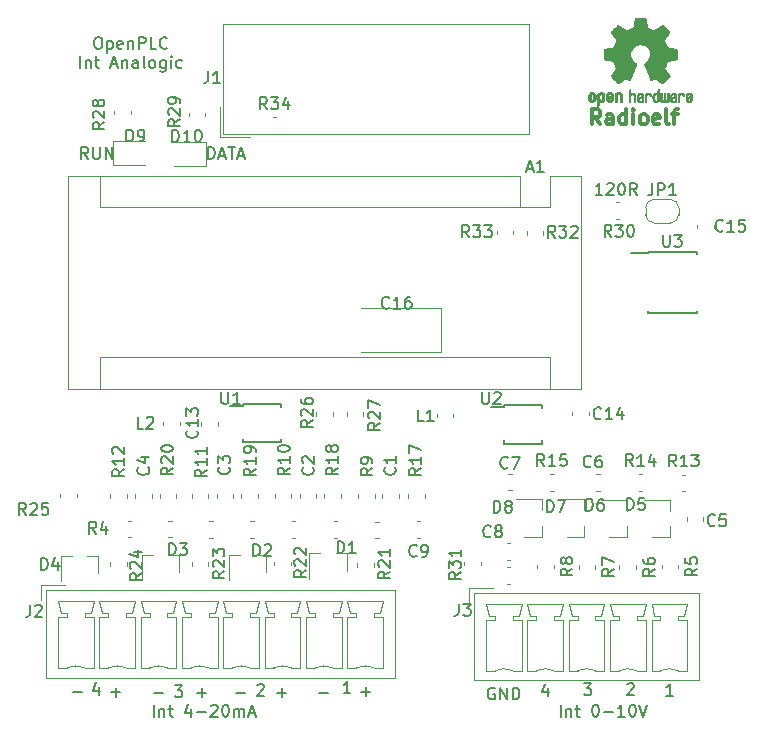
<source format=gbr>
G04 #@! TF.GenerationSoftware,KiCad,Pcbnew,5.99.0-unknown-c3175b4~86~ubuntu16.04.1*
G04 #@! TF.CreationDate,2019-12-02T17:53:18+01:00*
G04 #@! TF.ProjectId,IntAna,496e7441-6e61-42e6-9b69-6361645f7063,rev?*
G04 #@! TF.SameCoordinates,Original*
G04 #@! TF.FileFunction,Legend,Top*
G04 #@! TF.FilePolarity,Positive*
%FSLAX46Y46*%
G04 Gerber Fmt 4.6, Leading zero omitted, Abs format (unit mm)*
G04 Created by KiCad (PCBNEW 5.99.0-unknown-c3175b4~86~ubuntu16.04.1) date 2019-12-02 17:53:18*
%MOMM*%
%LPD*%
G04 APERTURE LIST*
%ADD10C,0.150000*%
%ADD11C,0.300000*%
%ADD12C,0.120000*%
%ADD13C,0.010000*%
G04 APERTURE END LIST*
D10*
X121511904Y-83802380D02*
X121178571Y-83326190D01*
X120940476Y-83802380D02*
X120940476Y-82802380D01*
X121321428Y-82802380D01*
X121416666Y-82850000D01*
X121464285Y-82897619D01*
X121511904Y-82992857D01*
X121511904Y-83135714D01*
X121464285Y-83230952D01*
X121416666Y-83278571D01*
X121321428Y-83326190D01*
X120940476Y-83326190D01*
X121940476Y-82802380D02*
X121940476Y-83611904D01*
X121988095Y-83707142D01*
X122035714Y-83754761D01*
X122130952Y-83802380D01*
X122321428Y-83802380D01*
X122416666Y-83754761D01*
X122464285Y-83707142D01*
X122511904Y-83611904D01*
X122511904Y-82802380D01*
X122988095Y-83802380D02*
X122988095Y-82802380D01*
X123559523Y-83802380D01*
X123559523Y-82802380D01*
X131670000Y-83802380D02*
X131670000Y-82802380D01*
X131908095Y-82802380D01*
X132050952Y-82850000D01*
X132146190Y-82945238D01*
X132193809Y-83040476D01*
X132241428Y-83230952D01*
X132241428Y-83373809D01*
X132193809Y-83564285D01*
X132146190Y-83659523D01*
X132050952Y-83754761D01*
X131908095Y-83802380D01*
X131670000Y-83802380D01*
X132622380Y-83516666D02*
X133098571Y-83516666D01*
X132527142Y-83802380D02*
X132860476Y-82802380D01*
X133193809Y-83802380D01*
X133384285Y-82802380D02*
X133955714Y-82802380D01*
X133670000Y-83802380D02*
X133670000Y-82802380D01*
X134241428Y-83516666D02*
X134717619Y-83516666D01*
X134146190Y-83802380D02*
X134479523Y-82802380D01*
X134812857Y-83802380D01*
X165053333Y-86832380D02*
X164481904Y-86832380D01*
X164767619Y-86832380D02*
X164767619Y-85832380D01*
X164672380Y-85975238D01*
X164577142Y-86070476D01*
X164481904Y-86118095D01*
X165434285Y-85927619D02*
X165481904Y-85880000D01*
X165577142Y-85832380D01*
X165815238Y-85832380D01*
X165910476Y-85880000D01*
X165958095Y-85927619D01*
X166005714Y-86022857D01*
X166005714Y-86118095D01*
X165958095Y-86260952D01*
X165386666Y-86832380D01*
X166005714Y-86832380D01*
X166624761Y-85832380D02*
X166720000Y-85832380D01*
X166815238Y-85880000D01*
X166862857Y-85927619D01*
X166910476Y-86022857D01*
X166958095Y-86213333D01*
X166958095Y-86451428D01*
X166910476Y-86641904D01*
X166862857Y-86737142D01*
X166815238Y-86784761D01*
X166720000Y-86832380D01*
X166624761Y-86832380D01*
X166529523Y-86784761D01*
X166481904Y-86737142D01*
X166434285Y-86641904D01*
X166386666Y-86451428D01*
X166386666Y-86213333D01*
X166434285Y-86022857D01*
X166481904Y-85927619D01*
X166529523Y-85880000D01*
X166624761Y-85832380D01*
X167958095Y-86832380D02*
X167624761Y-86356190D01*
X167386666Y-86832380D02*
X167386666Y-85832380D01*
X167767619Y-85832380D01*
X167862857Y-85880000D01*
X167910476Y-85927619D01*
X167958095Y-86022857D01*
X167958095Y-86165714D01*
X167910476Y-86260952D01*
X167862857Y-86308571D01*
X167767619Y-86356190D01*
X167386666Y-86356190D01*
D11*
X164882619Y-80855476D02*
X164465952Y-80260238D01*
X164168333Y-80855476D02*
X164168333Y-79605476D01*
X164644523Y-79605476D01*
X164763571Y-79665000D01*
X164823095Y-79724523D01*
X164882619Y-79843571D01*
X164882619Y-80022142D01*
X164823095Y-80141190D01*
X164763571Y-80200714D01*
X164644523Y-80260238D01*
X164168333Y-80260238D01*
X165954047Y-80855476D02*
X165954047Y-80200714D01*
X165894523Y-80081666D01*
X165775476Y-80022142D01*
X165537380Y-80022142D01*
X165418333Y-80081666D01*
X165954047Y-80795952D02*
X165835000Y-80855476D01*
X165537380Y-80855476D01*
X165418333Y-80795952D01*
X165358809Y-80676904D01*
X165358809Y-80557857D01*
X165418333Y-80438809D01*
X165537380Y-80379285D01*
X165835000Y-80379285D01*
X165954047Y-80319761D01*
X167085000Y-80855476D02*
X167085000Y-79605476D01*
X167085000Y-80795952D02*
X166965952Y-80855476D01*
X166727857Y-80855476D01*
X166608809Y-80795952D01*
X166549285Y-80736428D01*
X166489761Y-80617380D01*
X166489761Y-80260238D01*
X166549285Y-80141190D01*
X166608809Y-80081666D01*
X166727857Y-80022142D01*
X166965952Y-80022142D01*
X167085000Y-80081666D01*
X167680238Y-80855476D02*
X167680238Y-80022142D01*
X167680238Y-79605476D02*
X167620714Y-79665000D01*
X167680238Y-79724523D01*
X167739761Y-79665000D01*
X167680238Y-79605476D01*
X167680238Y-79724523D01*
X168454047Y-80855476D02*
X168335000Y-80795952D01*
X168275476Y-80736428D01*
X168215952Y-80617380D01*
X168215952Y-80260238D01*
X168275476Y-80141190D01*
X168335000Y-80081666D01*
X168454047Y-80022142D01*
X168632619Y-80022142D01*
X168751666Y-80081666D01*
X168811190Y-80141190D01*
X168870714Y-80260238D01*
X168870714Y-80617380D01*
X168811190Y-80736428D01*
X168751666Y-80795952D01*
X168632619Y-80855476D01*
X168454047Y-80855476D01*
X169882619Y-80795952D02*
X169763571Y-80855476D01*
X169525476Y-80855476D01*
X169406428Y-80795952D01*
X169346904Y-80676904D01*
X169346904Y-80200714D01*
X169406428Y-80081666D01*
X169525476Y-80022142D01*
X169763571Y-80022142D01*
X169882619Y-80081666D01*
X169942142Y-80200714D01*
X169942142Y-80319761D01*
X169346904Y-80438809D01*
X170656428Y-80855476D02*
X170537380Y-80795952D01*
X170477857Y-80676904D01*
X170477857Y-79605476D01*
X170954047Y-80022142D02*
X171430238Y-80022142D01*
X171132619Y-80855476D02*
X171132619Y-79784047D01*
X171192142Y-79665000D01*
X171311190Y-79605476D01*
X171430238Y-79605476D01*
D10*
X122276666Y-73467380D02*
X122467142Y-73467380D01*
X122562380Y-73515000D01*
X122657619Y-73610238D01*
X122705238Y-73800714D01*
X122705238Y-74134047D01*
X122657619Y-74324523D01*
X122562380Y-74419761D01*
X122467142Y-74467380D01*
X122276666Y-74467380D01*
X122181428Y-74419761D01*
X122086190Y-74324523D01*
X122038571Y-74134047D01*
X122038571Y-73800714D01*
X122086190Y-73610238D01*
X122181428Y-73515000D01*
X122276666Y-73467380D01*
X123133809Y-73800714D02*
X123133809Y-74800714D01*
X123133809Y-73848333D02*
X123229047Y-73800714D01*
X123419523Y-73800714D01*
X123514761Y-73848333D01*
X123562380Y-73895952D01*
X123610000Y-73991190D01*
X123610000Y-74276904D01*
X123562380Y-74372142D01*
X123514761Y-74419761D01*
X123419523Y-74467380D01*
X123229047Y-74467380D01*
X123133809Y-74419761D01*
X124419523Y-74419761D02*
X124324285Y-74467380D01*
X124133809Y-74467380D01*
X124038571Y-74419761D01*
X123990952Y-74324523D01*
X123990952Y-73943571D01*
X124038571Y-73848333D01*
X124133809Y-73800714D01*
X124324285Y-73800714D01*
X124419523Y-73848333D01*
X124467142Y-73943571D01*
X124467142Y-74038809D01*
X123990952Y-74134047D01*
X124895714Y-73800714D02*
X124895714Y-74467380D01*
X124895714Y-73895952D02*
X124943333Y-73848333D01*
X125038571Y-73800714D01*
X125181428Y-73800714D01*
X125276666Y-73848333D01*
X125324285Y-73943571D01*
X125324285Y-74467380D01*
X125800476Y-74467380D02*
X125800476Y-73467380D01*
X126181428Y-73467380D01*
X126276666Y-73515000D01*
X126324285Y-73562619D01*
X126371904Y-73657857D01*
X126371904Y-73800714D01*
X126324285Y-73895952D01*
X126276666Y-73943571D01*
X126181428Y-73991190D01*
X125800476Y-73991190D01*
X127276666Y-74467380D02*
X126800476Y-74467380D01*
X126800476Y-73467380D01*
X128181428Y-74372142D02*
X128133809Y-74419761D01*
X127990952Y-74467380D01*
X127895714Y-74467380D01*
X127752857Y-74419761D01*
X127657619Y-74324523D01*
X127610000Y-74229285D01*
X127562380Y-74038809D01*
X127562380Y-73895952D01*
X127610000Y-73705476D01*
X127657619Y-73610238D01*
X127752857Y-73515000D01*
X127895714Y-73467380D01*
X127990952Y-73467380D01*
X128133809Y-73515000D01*
X128181428Y-73562619D01*
X120824285Y-76077380D02*
X120824285Y-75077380D01*
X121300476Y-75410714D02*
X121300476Y-76077380D01*
X121300476Y-75505952D02*
X121348095Y-75458333D01*
X121443333Y-75410714D01*
X121586190Y-75410714D01*
X121681428Y-75458333D01*
X121729047Y-75553571D01*
X121729047Y-76077380D01*
X122062380Y-75410714D02*
X122443333Y-75410714D01*
X122205238Y-75077380D02*
X122205238Y-75934523D01*
X122252857Y-76029761D01*
X122348095Y-76077380D01*
X122443333Y-76077380D01*
X123490952Y-75791666D02*
X123967142Y-75791666D01*
X123395714Y-76077380D02*
X123729047Y-75077380D01*
X124062380Y-76077380D01*
X124395714Y-75410714D02*
X124395714Y-76077380D01*
X124395714Y-75505952D02*
X124443333Y-75458333D01*
X124538571Y-75410714D01*
X124681428Y-75410714D01*
X124776666Y-75458333D01*
X124824285Y-75553571D01*
X124824285Y-76077380D01*
X125729047Y-76077380D02*
X125729047Y-75553571D01*
X125681428Y-75458333D01*
X125586190Y-75410714D01*
X125395714Y-75410714D01*
X125300476Y-75458333D01*
X125729047Y-76029761D02*
X125633809Y-76077380D01*
X125395714Y-76077380D01*
X125300476Y-76029761D01*
X125252857Y-75934523D01*
X125252857Y-75839285D01*
X125300476Y-75744047D01*
X125395714Y-75696428D01*
X125633809Y-75696428D01*
X125729047Y-75648809D01*
X126348095Y-76077380D02*
X126252857Y-76029761D01*
X126205238Y-75934523D01*
X126205238Y-75077380D01*
X126871904Y-76077380D02*
X126776666Y-76029761D01*
X126729047Y-75982142D01*
X126681428Y-75886904D01*
X126681428Y-75601190D01*
X126729047Y-75505952D01*
X126776666Y-75458333D01*
X126871904Y-75410714D01*
X127014761Y-75410714D01*
X127110000Y-75458333D01*
X127157619Y-75505952D01*
X127205238Y-75601190D01*
X127205238Y-75886904D01*
X127157619Y-75982142D01*
X127110000Y-76029761D01*
X127014761Y-76077380D01*
X126871904Y-76077380D01*
X128062380Y-75410714D02*
X128062380Y-76220238D01*
X128014761Y-76315476D01*
X127967142Y-76363095D01*
X127871904Y-76410714D01*
X127729047Y-76410714D01*
X127633809Y-76363095D01*
X128062380Y-76029761D02*
X127967142Y-76077380D01*
X127776666Y-76077380D01*
X127681428Y-76029761D01*
X127633809Y-75982142D01*
X127586190Y-75886904D01*
X127586190Y-75601190D01*
X127633809Y-75505952D01*
X127681428Y-75458333D01*
X127776666Y-75410714D01*
X127967142Y-75410714D01*
X128062380Y-75458333D01*
X128538571Y-76077380D02*
X128538571Y-75410714D01*
X128538571Y-75077380D02*
X128490952Y-75125000D01*
X128538571Y-75172619D01*
X128586190Y-75125000D01*
X128538571Y-75077380D01*
X128538571Y-75172619D01*
X129443333Y-76029761D02*
X129348095Y-76077380D01*
X129157619Y-76077380D01*
X129062380Y-76029761D01*
X129014761Y-75982142D01*
X128967142Y-75886904D01*
X128967142Y-75601190D01*
X129014761Y-75505952D01*
X129062380Y-75458333D01*
X129157619Y-75410714D01*
X129348095Y-75410714D01*
X129443333Y-75458333D01*
X167144285Y-128287619D02*
X167191904Y-128240000D01*
X167287142Y-128192380D01*
X167525238Y-128192380D01*
X167620476Y-128240000D01*
X167668095Y-128287619D01*
X167715714Y-128382857D01*
X167715714Y-128478095D01*
X167668095Y-128620952D01*
X167096666Y-129192380D01*
X167715714Y-129192380D01*
X163496666Y-128202380D02*
X164115714Y-128202380D01*
X163782380Y-128583333D01*
X163925238Y-128583333D01*
X164020476Y-128630952D01*
X164068095Y-128678571D01*
X164115714Y-128773809D01*
X164115714Y-129011904D01*
X164068095Y-129107142D01*
X164020476Y-129154761D01*
X163925238Y-129202380D01*
X163639523Y-129202380D01*
X163544285Y-129154761D01*
X163496666Y-129107142D01*
X160410476Y-128615714D02*
X160410476Y-129282380D01*
X160172380Y-128234761D02*
X159934285Y-128949047D01*
X160553333Y-128949047D01*
X171025714Y-129252380D02*
X170454285Y-129252380D01*
X170740000Y-129252380D02*
X170740000Y-128252380D01*
X170644761Y-128395238D01*
X170549523Y-128490476D01*
X170454285Y-128538095D01*
X143705714Y-129032380D02*
X143134285Y-129032380D01*
X143420000Y-129032380D02*
X143420000Y-128032380D01*
X143324761Y-128175238D01*
X143229523Y-128270476D01*
X143134285Y-128318095D01*
X135834285Y-128337619D02*
X135881904Y-128290000D01*
X135977142Y-128242380D01*
X136215238Y-128242380D01*
X136310476Y-128290000D01*
X136358095Y-128337619D01*
X136405714Y-128432857D01*
X136405714Y-128528095D01*
X136358095Y-128670952D01*
X135786666Y-129242380D01*
X136405714Y-129242380D01*
X128866666Y-128372380D02*
X129485714Y-128372380D01*
X129152380Y-128753333D01*
X129295238Y-128753333D01*
X129390476Y-128800952D01*
X129438095Y-128848571D01*
X129485714Y-128943809D01*
X129485714Y-129181904D01*
X129438095Y-129277142D01*
X129390476Y-129324761D01*
X129295238Y-129372380D01*
X129009523Y-129372380D01*
X128914285Y-129324761D01*
X128866666Y-129277142D01*
X122390476Y-128485714D02*
X122390476Y-129152380D01*
X122152380Y-128104761D02*
X121914285Y-128819047D01*
X122533333Y-128819047D01*
X120229047Y-128901428D02*
X120990952Y-128901428D01*
X127099047Y-128991428D02*
X127860952Y-128991428D01*
X134059047Y-128991428D02*
X134820952Y-128991428D01*
X141019047Y-128991428D02*
X141780952Y-128991428D01*
X123489047Y-128951428D02*
X124250952Y-128951428D01*
X123870000Y-129332380D02*
X123870000Y-128570476D01*
X130749047Y-128991428D02*
X131510952Y-128991428D01*
X131130000Y-129372380D02*
X131130000Y-128610476D01*
X137539047Y-128991428D02*
X138300952Y-128991428D01*
X137920000Y-129372380D02*
X137920000Y-128610476D01*
X144629047Y-128901428D02*
X145390952Y-128901428D01*
X145010000Y-129282380D02*
X145010000Y-128520476D01*
X127056095Y-131008380D02*
X127056095Y-130008380D01*
X127532285Y-130341714D02*
X127532285Y-131008380D01*
X127532285Y-130436952D02*
X127579904Y-130389333D01*
X127675142Y-130341714D01*
X127818000Y-130341714D01*
X127913238Y-130389333D01*
X127960857Y-130484571D01*
X127960857Y-131008380D01*
X128294190Y-130341714D02*
X128675142Y-130341714D01*
X128437047Y-130008380D02*
X128437047Y-130865523D01*
X128484666Y-130960761D01*
X128579904Y-131008380D01*
X128675142Y-131008380D01*
X130198952Y-130341714D02*
X130198952Y-131008380D01*
X129960857Y-129960761D02*
X129722761Y-130675047D01*
X130341809Y-130675047D01*
X130722761Y-130627428D02*
X131484666Y-130627428D01*
X131913238Y-130103619D02*
X131960857Y-130056000D01*
X132056095Y-130008380D01*
X132294190Y-130008380D01*
X132389428Y-130056000D01*
X132437047Y-130103619D01*
X132484666Y-130198857D01*
X132484666Y-130294095D01*
X132437047Y-130436952D01*
X131865619Y-131008380D01*
X132484666Y-131008380D01*
X133103714Y-130008380D02*
X133198952Y-130008380D01*
X133294190Y-130056000D01*
X133341809Y-130103619D01*
X133389428Y-130198857D01*
X133437047Y-130389333D01*
X133437047Y-130627428D01*
X133389428Y-130817904D01*
X133341809Y-130913142D01*
X133294190Y-130960761D01*
X133198952Y-131008380D01*
X133103714Y-131008380D01*
X133008476Y-130960761D01*
X132960857Y-130913142D01*
X132913238Y-130817904D01*
X132865619Y-130627428D01*
X132865619Y-130389333D01*
X132913238Y-130198857D01*
X132960857Y-130103619D01*
X133008476Y-130056000D01*
X133103714Y-130008380D01*
X133865619Y-131008380D02*
X133865619Y-130341714D01*
X133865619Y-130436952D02*
X133913238Y-130389333D01*
X134008476Y-130341714D01*
X134151333Y-130341714D01*
X134246571Y-130389333D01*
X134294190Y-130484571D01*
X134294190Y-131008380D01*
X134294190Y-130484571D02*
X134341809Y-130389333D01*
X134437047Y-130341714D01*
X134579904Y-130341714D01*
X134675142Y-130389333D01*
X134722761Y-130484571D01*
X134722761Y-131008380D01*
X135151333Y-130722666D02*
X135627523Y-130722666D01*
X135056095Y-131008380D02*
X135389428Y-130008380D01*
X135722761Y-131008380D01*
X155928095Y-128600000D02*
X155832857Y-128552380D01*
X155690000Y-128552380D01*
X155547142Y-128600000D01*
X155451904Y-128695238D01*
X155404285Y-128790476D01*
X155356666Y-128980952D01*
X155356666Y-129123809D01*
X155404285Y-129314285D01*
X155451904Y-129409523D01*
X155547142Y-129504761D01*
X155690000Y-129552380D01*
X155785238Y-129552380D01*
X155928095Y-129504761D01*
X155975714Y-129457142D01*
X155975714Y-129123809D01*
X155785238Y-129123809D01*
X156404285Y-129552380D02*
X156404285Y-128552380D01*
X156975714Y-129552380D01*
X156975714Y-128552380D01*
X157451904Y-129552380D02*
X157451904Y-128552380D01*
X157690000Y-128552380D01*
X157832857Y-128600000D01*
X157928095Y-128695238D01*
X157975714Y-128790476D01*
X158023333Y-128980952D01*
X158023333Y-129123809D01*
X157975714Y-129314285D01*
X157928095Y-129409523D01*
X157832857Y-129504761D01*
X157690000Y-129552380D01*
X157451904Y-129552380D01*
X161504761Y-131008380D02*
X161504761Y-130008380D01*
X161980952Y-130341714D02*
X161980952Y-131008380D01*
X161980952Y-130436952D02*
X162028571Y-130389333D01*
X162123809Y-130341714D01*
X162266666Y-130341714D01*
X162361904Y-130389333D01*
X162409523Y-130484571D01*
X162409523Y-131008380D01*
X162742857Y-130341714D02*
X163123809Y-130341714D01*
X162885714Y-130008380D02*
X162885714Y-130865523D01*
X162933333Y-130960761D01*
X163028571Y-131008380D01*
X163123809Y-131008380D01*
X164409523Y-130008380D02*
X164504761Y-130008380D01*
X164600000Y-130056000D01*
X164647619Y-130103619D01*
X164695238Y-130198857D01*
X164742857Y-130389333D01*
X164742857Y-130627428D01*
X164695238Y-130817904D01*
X164647619Y-130913142D01*
X164600000Y-130960761D01*
X164504761Y-131008380D01*
X164409523Y-131008380D01*
X164314285Y-130960761D01*
X164266666Y-130913142D01*
X164219047Y-130817904D01*
X164171428Y-130627428D01*
X164171428Y-130389333D01*
X164219047Y-130198857D01*
X164266666Y-130103619D01*
X164314285Y-130056000D01*
X164409523Y-130008380D01*
X165171428Y-130627428D02*
X165933333Y-130627428D01*
X166933333Y-131008380D02*
X166361904Y-131008380D01*
X166647619Y-131008380D02*
X166647619Y-130008380D01*
X166552380Y-130151238D01*
X166457142Y-130246476D01*
X166361904Y-130294095D01*
X167552380Y-130008380D02*
X167647619Y-130008380D01*
X167742857Y-130056000D01*
X167790476Y-130103619D01*
X167838095Y-130198857D01*
X167885714Y-130389333D01*
X167885714Y-130627428D01*
X167838095Y-130817904D01*
X167790476Y-130913142D01*
X167742857Y-130960761D01*
X167647619Y-131008380D01*
X167552380Y-131008380D01*
X167457142Y-130960761D01*
X167409523Y-130913142D01*
X167361904Y-130817904D01*
X167314285Y-130627428D01*
X167314285Y-130389333D01*
X167361904Y-130198857D01*
X167409523Y-130103619D01*
X167457142Y-130056000D01*
X167552380Y-130008380D01*
X168171428Y-130008380D02*
X168504761Y-131008380D01*
X168838095Y-130008380D01*
D12*
X137150000Y-81685000D02*
X137450000Y-81685000D01*
X137150000Y-80265000D02*
X137450000Y-80265000D01*
X151404000Y-96438000D02*
X144634000Y-96438000D01*
X151404000Y-100158000D02*
X151404000Y-96438000D01*
X144634000Y-100158000D02*
X151404000Y-100158000D01*
X157520000Y-90155000D02*
X157520000Y-89855000D01*
X156100000Y-90155000D02*
X156100000Y-89855000D01*
X160060000Y-90190000D02*
X160060000Y-89890000D01*
X158640000Y-90190000D02*
X158640000Y-89890000D01*
D10*
X168885000Y-91745000D02*
X167485000Y-91745000D01*
X168885000Y-96845000D02*
X173035000Y-96845000D01*
X168885000Y-91695000D02*
X173035000Y-91695000D01*
X168885000Y-96845000D02*
X168885000Y-96700000D01*
X173035000Y-96845000D02*
X173035000Y-96700000D01*
X173035000Y-91695000D02*
X173035000Y-91840000D01*
X168885000Y-91695000D02*
X168885000Y-91745000D01*
D13*
G36*
X164606873Y-78444679D02*
G01*
X164610606Y-78380905D01*
X164615907Y-78335582D01*
X164623258Y-78303555D01*
X164633143Y-78279668D01*
X164646046Y-78258764D01*
X164651579Y-78250898D01*
X164724969Y-78176595D01*
X164817760Y-78134467D01*
X164925096Y-78122722D01*
X165018886Y-78134505D01*
X165093539Y-78171727D01*
X165159431Y-78240261D01*
X165177577Y-78265648D01*
X165197345Y-78298866D01*
X165210172Y-78334945D01*
X165217510Y-78383098D01*
X165220813Y-78452536D01*
X165221538Y-78544206D01*
X165218263Y-78669830D01*
X165206877Y-78764154D01*
X165185041Y-78834523D01*
X165150419Y-78888286D01*
X165100670Y-78932788D01*
X165097014Y-78935423D01*
X165047985Y-78962377D01*
X164988945Y-78975712D01*
X164913859Y-78979000D01*
X164791795Y-78979000D01*
X164791744Y-79097497D01*
X164790608Y-79163492D01*
X164783686Y-79202202D01*
X164765598Y-79225419D01*
X164730962Y-79244933D01*
X164722645Y-79248920D01*
X164683720Y-79267603D01*
X164653583Y-79279403D01*
X164631174Y-79280422D01*
X164615433Y-79266761D01*
X164605302Y-79234522D01*
X164599723Y-79179804D01*
X164597635Y-79098711D01*
X164597981Y-78987344D01*
X164599700Y-78841802D01*
X164600237Y-78798269D01*
X164602172Y-78648205D01*
X164603904Y-78550042D01*
X164791692Y-78550042D01*
X164792748Y-78633364D01*
X164797438Y-78687880D01*
X164808051Y-78723837D01*
X164826872Y-78751482D01*
X164839650Y-78764965D01*
X164891890Y-78804417D01*
X164938142Y-78807628D01*
X164985867Y-78775049D01*
X164987077Y-78773846D01*
X165006494Y-78748668D01*
X165018307Y-78714447D01*
X165024265Y-78661748D01*
X165026120Y-78581131D01*
X165026154Y-78563271D01*
X165021670Y-78452175D01*
X165007074Y-78375161D01*
X164980650Y-78328147D01*
X164940683Y-78307050D01*
X164917584Y-78304923D01*
X164862762Y-78314900D01*
X164825158Y-78347752D01*
X164802523Y-78407857D01*
X164792606Y-78499598D01*
X164791692Y-78550042D01*
X164603904Y-78550042D01*
X164604222Y-78532060D01*
X164606873Y-78444679D01*
X164606873Y-78444679D01*
G37*
X164606873Y-78444679D02*
X164610606Y-78380905D01*
X164615907Y-78335582D01*
X164623258Y-78303555D01*
X164633143Y-78279668D01*
X164646046Y-78258764D01*
X164651579Y-78250898D01*
X164724969Y-78176595D01*
X164817760Y-78134467D01*
X164925096Y-78122722D01*
X165018886Y-78134505D01*
X165093539Y-78171727D01*
X165159431Y-78240261D01*
X165177577Y-78265648D01*
X165197345Y-78298866D01*
X165210172Y-78334945D01*
X165217510Y-78383098D01*
X165220813Y-78452536D01*
X165221538Y-78544206D01*
X165218263Y-78669830D01*
X165206877Y-78764154D01*
X165185041Y-78834523D01*
X165150419Y-78888286D01*
X165100670Y-78932788D01*
X165097014Y-78935423D01*
X165047985Y-78962377D01*
X164988945Y-78975712D01*
X164913859Y-78979000D01*
X164791795Y-78979000D01*
X164791744Y-79097497D01*
X164790608Y-79163492D01*
X164783686Y-79202202D01*
X164765598Y-79225419D01*
X164730962Y-79244933D01*
X164722645Y-79248920D01*
X164683720Y-79267603D01*
X164653583Y-79279403D01*
X164631174Y-79280422D01*
X164615433Y-79266761D01*
X164605302Y-79234522D01*
X164599723Y-79179804D01*
X164597635Y-79098711D01*
X164597981Y-78987344D01*
X164599700Y-78841802D01*
X164600237Y-78798269D01*
X164602172Y-78648205D01*
X164603904Y-78550042D01*
X164791692Y-78550042D01*
X164792748Y-78633364D01*
X164797438Y-78687880D01*
X164808051Y-78723837D01*
X164826872Y-78751482D01*
X164839650Y-78764965D01*
X164891890Y-78804417D01*
X164938142Y-78807628D01*
X164985867Y-78775049D01*
X164987077Y-78773846D01*
X165006494Y-78748668D01*
X165018307Y-78714447D01*
X165024265Y-78661748D01*
X165026120Y-78581131D01*
X165026154Y-78563271D01*
X165021670Y-78452175D01*
X165007074Y-78375161D01*
X164980650Y-78328147D01*
X164940683Y-78307050D01*
X164917584Y-78304923D01*
X164862762Y-78314900D01*
X164825158Y-78347752D01*
X164802523Y-78407857D01*
X164792606Y-78499598D01*
X164791692Y-78550042D01*
X164603904Y-78550042D01*
X164604222Y-78532060D01*
X164606873Y-78444679D01*
G36*
X166521664Y-78145089D02*
G01*
X166584367Y-78181358D01*
X166627961Y-78217358D01*
X166659845Y-78255075D01*
X166681810Y-78301199D01*
X166695649Y-78362421D01*
X166703153Y-78445431D01*
X166706117Y-78556919D01*
X166706461Y-78637062D01*
X166706461Y-78932065D01*
X166540385Y-79006515D01*
X166530615Y-78683402D01*
X166526579Y-78562729D01*
X166522344Y-78475141D01*
X166517097Y-78414650D01*
X166510025Y-78375268D01*
X166500311Y-78351007D01*
X166487144Y-78335880D01*
X166482919Y-78332606D01*
X166418909Y-78307034D01*
X166354208Y-78317153D01*
X166315692Y-78344000D01*
X166300025Y-78363024D01*
X166289180Y-78387988D01*
X166282288Y-78425834D01*
X166278479Y-78483502D01*
X166276883Y-78567935D01*
X166276615Y-78655928D01*
X166276563Y-78766323D01*
X166274672Y-78844463D01*
X166268345Y-78897165D01*
X166254983Y-78931242D01*
X166231985Y-78953511D01*
X166196754Y-78970787D01*
X166149697Y-78988738D01*
X166098303Y-79008278D01*
X166104421Y-78661485D01*
X166106884Y-78536468D01*
X166109767Y-78444082D01*
X166113898Y-78377881D01*
X166120107Y-78331420D01*
X166129226Y-78298256D01*
X166142083Y-78271944D01*
X166157584Y-78248729D01*
X166232371Y-78174569D01*
X166323628Y-78131684D01*
X166422883Y-78121412D01*
X166521664Y-78145089D01*
X166521664Y-78145089D01*
G37*
X166521664Y-78145089D02*
X166584367Y-78181358D01*
X166627961Y-78217358D01*
X166659845Y-78255075D01*
X166681810Y-78301199D01*
X166695649Y-78362421D01*
X166703153Y-78445431D01*
X166706117Y-78556919D01*
X166706461Y-78637062D01*
X166706461Y-78932065D01*
X166540385Y-79006515D01*
X166530615Y-78683402D01*
X166526579Y-78562729D01*
X166522344Y-78475141D01*
X166517097Y-78414650D01*
X166510025Y-78375268D01*
X166500311Y-78351007D01*
X166487144Y-78335880D01*
X166482919Y-78332606D01*
X166418909Y-78307034D01*
X166354208Y-78317153D01*
X166315692Y-78344000D01*
X166300025Y-78363024D01*
X166289180Y-78387988D01*
X166282288Y-78425834D01*
X166278479Y-78483502D01*
X166276883Y-78567935D01*
X166276615Y-78655928D01*
X166276563Y-78766323D01*
X166274672Y-78844463D01*
X166268345Y-78897165D01*
X166254983Y-78931242D01*
X166231985Y-78953511D01*
X166196754Y-78970787D01*
X166149697Y-78988738D01*
X166098303Y-79008278D01*
X166104421Y-78661485D01*
X166106884Y-78536468D01*
X166109767Y-78444082D01*
X166113898Y-78377881D01*
X166120107Y-78331420D01*
X166129226Y-78298256D01*
X166142083Y-78271944D01*
X166157584Y-78248729D01*
X166232371Y-78174569D01*
X166323628Y-78131684D01*
X166422883Y-78121412D01*
X166521664Y-78145089D01*
G36*
X163857629Y-78387906D02*
G01*
X163864322Y-78339163D01*
X163875960Y-78303288D01*
X163893853Y-78271548D01*
X163897808Y-78265648D01*
X163964267Y-78186104D01*
X164036685Y-78139929D01*
X164124849Y-78121599D01*
X164154787Y-78120703D01*
X164266886Y-78137256D01*
X164358464Y-78185409D01*
X164426049Y-78262905D01*
X164450057Y-78312727D01*
X164468738Y-78387533D01*
X164478301Y-78482052D01*
X164479208Y-78585210D01*
X164471921Y-78685935D01*
X164456903Y-78773153D01*
X164434615Y-78835791D01*
X164427765Y-78846579D01*
X164346632Y-78927105D01*
X164250266Y-78975336D01*
X164145701Y-78989450D01*
X164039968Y-78967629D01*
X164010543Y-78954547D01*
X163953241Y-78914231D01*
X163902950Y-78860775D01*
X163898197Y-78853995D01*
X163878878Y-78821321D01*
X163866108Y-78786394D01*
X163858564Y-78740414D01*
X163854924Y-78674584D01*
X163853865Y-78580105D01*
X163853846Y-78558923D01*
X163853894Y-78552182D01*
X164049231Y-78552182D01*
X164050368Y-78641349D01*
X164054841Y-78700520D01*
X164064246Y-78738741D01*
X164080176Y-78765053D01*
X164088308Y-78773846D01*
X164135058Y-78807261D01*
X164180447Y-78805737D01*
X164226340Y-78776752D01*
X164253712Y-78745809D01*
X164269923Y-78700643D01*
X164279026Y-78629420D01*
X164279651Y-78621114D01*
X164281204Y-78492037D01*
X164264965Y-78396172D01*
X164231152Y-78334107D01*
X164179984Y-78306432D01*
X164161720Y-78304923D01*
X164113760Y-78312513D01*
X164080953Y-78338808D01*
X164060895Y-78389095D01*
X164051178Y-78468664D01*
X164049231Y-78552182D01*
X163853894Y-78552182D01*
X163854574Y-78458249D01*
X163857629Y-78387906D01*
X163857629Y-78387906D01*
G37*
X163857629Y-78387906D02*
X163864322Y-78339163D01*
X163875960Y-78303288D01*
X163893853Y-78271548D01*
X163897808Y-78265648D01*
X163964267Y-78186104D01*
X164036685Y-78139929D01*
X164124849Y-78121599D01*
X164154787Y-78120703D01*
X164266886Y-78137256D01*
X164358464Y-78185409D01*
X164426049Y-78262905D01*
X164450057Y-78312727D01*
X164468738Y-78387533D01*
X164478301Y-78482052D01*
X164479208Y-78585210D01*
X164471921Y-78685935D01*
X164456903Y-78773153D01*
X164434615Y-78835791D01*
X164427765Y-78846579D01*
X164346632Y-78927105D01*
X164250266Y-78975336D01*
X164145701Y-78989450D01*
X164039968Y-78967629D01*
X164010543Y-78954547D01*
X163953241Y-78914231D01*
X163902950Y-78860775D01*
X163898197Y-78853995D01*
X163878878Y-78821321D01*
X163866108Y-78786394D01*
X163858564Y-78740414D01*
X163854924Y-78674584D01*
X163853865Y-78580105D01*
X163853846Y-78558923D01*
X163853894Y-78552182D01*
X164049231Y-78552182D01*
X164050368Y-78641349D01*
X164054841Y-78700520D01*
X164064246Y-78738741D01*
X164080176Y-78765053D01*
X164088308Y-78773846D01*
X164135058Y-78807261D01*
X164180447Y-78805737D01*
X164226340Y-78776752D01*
X164253712Y-78745809D01*
X164269923Y-78700643D01*
X164279026Y-78629420D01*
X164279651Y-78621114D01*
X164281204Y-78492037D01*
X164264965Y-78396172D01*
X164231152Y-78334107D01*
X164179984Y-78306432D01*
X164161720Y-78304923D01*
X164113760Y-78312513D01*
X164080953Y-78338808D01*
X164060895Y-78389095D01*
X164051178Y-78468664D01*
X164049231Y-78552182D01*
X163853894Y-78552182D01*
X163854574Y-78458249D01*
X163857629Y-78387906D01*
G36*
X165384778Y-78291055D02*
G01*
X165430421Y-78225215D01*
X165512802Y-78158681D01*
X165603546Y-78125676D01*
X165696185Y-78123573D01*
X165784254Y-78149745D01*
X165861286Y-78201567D01*
X165920816Y-78276412D01*
X165956378Y-78371654D01*
X165963571Y-78441756D01*
X165962754Y-78471009D01*
X165955914Y-78493407D01*
X165937112Y-78513474D01*
X165900408Y-78535733D01*
X165839862Y-78564709D01*
X165749534Y-78604927D01*
X165749077Y-78605129D01*
X165665933Y-78643210D01*
X165597753Y-78677025D01*
X165551505Y-78702933D01*
X165534158Y-78717295D01*
X165534154Y-78717411D01*
X165549443Y-78748685D01*
X165585196Y-78783157D01*
X165626242Y-78807990D01*
X165647037Y-78812923D01*
X165703770Y-78795862D01*
X165752627Y-78753133D01*
X165776465Y-78706155D01*
X165799397Y-78671522D01*
X165844318Y-78632081D01*
X165897123Y-78598009D01*
X165943710Y-78579480D01*
X165953452Y-78578462D01*
X165964418Y-78595215D01*
X165965079Y-78638039D01*
X165957020Y-78695781D01*
X165941827Y-78757289D01*
X165921086Y-78811409D01*
X165920038Y-78813510D01*
X165857621Y-78900660D01*
X165776726Y-78959939D01*
X165684856Y-78989034D01*
X165589513Y-78985634D01*
X165498198Y-78947428D01*
X165494138Y-78944741D01*
X165422306Y-78879642D01*
X165375073Y-78794705D01*
X165348934Y-78683021D01*
X165345426Y-78651643D01*
X165339213Y-78503536D01*
X165346661Y-78434468D01*
X165534154Y-78434468D01*
X165536590Y-78477552D01*
X165549914Y-78490126D01*
X165583132Y-78480719D01*
X165635494Y-78458483D01*
X165694024Y-78430610D01*
X165695479Y-78429872D01*
X165745089Y-78403777D01*
X165765000Y-78386363D01*
X165760090Y-78368107D01*
X165739416Y-78344120D01*
X165686819Y-78309406D01*
X165630177Y-78306856D01*
X165579369Y-78332119D01*
X165544276Y-78380847D01*
X165534154Y-78434468D01*
X165346661Y-78434468D01*
X165351992Y-78385036D01*
X165384778Y-78291055D01*
X165384778Y-78291055D01*
G37*
X165384778Y-78291055D02*
X165430421Y-78225215D01*
X165512802Y-78158681D01*
X165603546Y-78125676D01*
X165696185Y-78123573D01*
X165784254Y-78149745D01*
X165861286Y-78201567D01*
X165920816Y-78276412D01*
X165956378Y-78371654D01*
X165963571Y-78441756D01*
X165962754Y-78471009D01*
X165955914Y-78493407D01*
X165937112Y-78513474D01*
X165900408Y-78535733D01*
X165839862Y-78564709D01*
X165749534Y-78604927D01*
X165749077Y-78605129D01*
X165665933Y-78643210D01*
X165597753Y-78677025D01*
X165551505Y-78702933D01*
X165534158Y-78717295D01*
X165534154Y-78717411D01*
X165549443Y-78748685D01*
X165585196Y-78783157D01*
X165626242Y-78807990D01*
X165647037Y-78812923D01*
X165703770Y-78795862D01*
X165752627Y-78753133D01*
X165776465Y-78706155D01*
X165799397Y-78671522D01*
X165844318Y-78632081D01*
X165897123Y-78598009D01*
X165943710Y-78579480D01*
X165953452Y-78578462D01*
X165964418Y-78595215D01*
X165965079Y-78638039D01*
X165957020Y-78695781D01*
X165941827Y-78757289D01*
X165921086Y-78811409D01*
X165920038Y-78813510D01*
X165857621Y-78900660D01*
X165776726Y-78959939D01*
X165684856Y-78989034D01*
X165589513Y-78985634D01*
X165498198Y-78947428D01*
X165494138Y-78944741D01*
X165422306Y-78879642D01*
X165375073Y-78794705D01*
X165348934Y-78683021D01*
X165345426Y-78651643D01*
X165339213Y-78503536D01*
X165346661Y-78434468D01*
X165534154Y-78434468D01*
X165536590Y-78477552D01*
X165549914Y-78490126D01*
X165583132Y-78480719D01*
X165635494Y-78458483D01*
X165694024Y-78430610D01*
X165695479Y-78429872D01*
X165745089Y-78403777D01*
X165765000Y-78386363D01*
X165760090Y-78368107D01*
X165739416Y-78344120D01*
X165686819Y-78309406D01*
X165630177Y-78306856D01*
X165579369Y-78332119D01*
X165544276Y-78380847D01*
X165534154Y-78434468D01*
X165346661Y-78434468D01*
X165351992Y-78385036D01*
X165384778Y-78291055D01*
G36*
X167409846Y-78042120D02*
G01*
X167415572Y-78121980D01*
X167422149Y-78169039D01*
X167431262Y-78189566D01*
X167444598Y-78189829D01*
X167448923Y-78187378D01*
X167506444Y-78169636D01*
X167581268Y-78170672D01*
X167657339Y-78188910D01*
X167704918Y-78212505D01*
X167753702Y-78250198D01*
X167789364Y-78292855D01*
X167813845Y-78347057D01*
X167829087Y-78419384D01*
X167837030Y-78516419D01*
X167839616Y-78644742D01*
X167839662Y-78669358D01*
X167839692Y-78945870D01*
X167778161Y-78967320D01*
X167734459Y-78981912D01*
X167710482Y-78988706D01*
X167709777Y-78988769D01*
X167707415Y-78970345D01*
X167705406Y-78919526D01*
X167703901Y-78842993D01*
X167703053Y-78747430D01*
X167702923Y-78689329D01*
X167702651Y-78574771D01*
X167701252Y-78492667D01*
X167697849Y-78436393D01*
X167691567Y-78399326D01*
X167681529Y-78374844D01*
X167666861Y-78356325D01*
X167657702Y-78347406D01*
X167594789Y-78311466D01*
X167526136Y-78308775D01*
X167463848Y-78339170D01*
X167452329Y-78350144D01*
X167435433Y-78370779D01*
X167423714Y-78395256D01*
X167416233Y-78430647D01*
X167412054Y-78484026D01*
X167410237Y-78562466D01*
X167409846Y-78670617D01*
X167409846Y-78945870D01*
X167348315Y-78967320D01*
X167304613Y-78981912D01*
X167280636Y-78988706D01*
X167279930Y-78988769D01*
X167278126Y-78970069D01*
X167276500Y-78917322D01*
X167275117Y-78835557D01*
X167274042Y-78729805D01*
X167273340Y-78605094D01*
X167273077Y-78466455D01*
X167273077Y-77931806D01*
X167400077Y-77878236D01*
X167409846Y-78042120D01*
X167409846Y-78042120D01*
G37*
X167409846Y-78042120D02*
X167415572Y-78121980D01*
X167422149Y-78169039D01*
X167431262Y-78189566D01*
X167444598Y-78189829D01*
X167448923Y-78187378D01*
X167506444Y-78169636D01*
X167581268Y-78170672D01*
X167657339Y-78188910D01*
X167704918Y-78212505D01*
X167753702Y-78250198D01*
X167789364Y-78292855D01*
X167813845Y-78347057D01*
X167829087Y-78419384D01*
X167837030Y-78516419D01*
X167839616Y-78644742D01*
X167839662Y-78669358D01*
X167839692Y-78945870D01*
X167778161Y-78967320D01*
X167734459Y-78981912D01*
X167710482Y-78988706D01*
X167709777Y-78988769D01*
X167707415Y-78970345D01*
X167705406Y-78919526D01*
X167703901Y-78842993D01*
X167703053Y-78747430D01*
X167702923Y-78689329D01*
X167702651Y-78574771D01*
X167701252Y-78492667D01*
X167697849Y-78436393D01*
X167691567Y-78399326D01*
X167681529Y-78374844D01*
X167666861Y-78356325D01*
X167657702Y-78347406D01*
X167594789Y-78311466D01*
X167526136Y-78308775D01*
X167463848Y-78339170D01*
X167452329Y-78350144D01*
X167435433Y-78370779D01*
X167423714Y-78395256D01*
X167416233Y-78430647D01*
X167412054Y-78484026D01*
X167410237Y-78562466D01*
X167409846Y-78670617D01*
X167409846Y-78945870D01*
X167348315Y-78967320D01*
X167304613Y-78981912D01*
X167280636Y-78988706D01*
X167279930Y-78988769D01*
X167278126Y-78970069D01*
X167276500Y-78917322D01*
X167275117Y-78835557D01*
X167274042Y-78729805D01*
X167273340Y-78605094D01*
X167273077Y-78466455D01*
X167273077Y-77931806D01*
X167400077Y-77878236D01*
X167409846Y-78042120D01*
G36*
X168303501Y-78176303D02*
G01*
X168380060Y-78204733D01*
X168380936Y-78205279D01*
X168428285Y-78240127D01*
X168463241Y-78280852D01*
X168487825Y-78333925D01*
X168504062Y-78405814D01*
X168513975Y-78502992D01*
X168519586Y-78631928D01*
X168520077Y-78650298D01*
X168527141Y-78927287D01*
X168467695Y-78958028D01*
X168424681Y-78978802D01*
X168398710Y-78988646D01*
X168397509Y-78988769D01*
X168393014Y-78970606D01*
X168389444Y-78921612D01*
X168387248Y-78850031D01*
X168386769Y-78792068D01*
X168386758Y-78698170D01*
X168382466Y-78639203D01*
X168367503Y-78611079D01*
X168335482Y-78609706D01*
X168280014Y-78630998D01*
X168196269Y-78670136D01*
X168134689Y-78702643D01*
X168103017Y-78730845D01*
X168093706Y-78761582D01*
X168093692Y-78763104D01*
X168109057Y-78816054D01*
X168154547Y-78844660D01*
X168224166Y-78848803D01*
X168274313Y-78848084D01*
X168300754Y-78862527D01*
X168317243Y-78897218D01*
X168326733Y-78941416D01*
X168313057Y-78966493D01*
X168307907Y-78970082D01*
X168259425Y-78984496D01*
X168191531Y-78986537D01*
X168121612Y-78976983D01*
X168072068Y-78959522D01*
X168003570Y-78901364D01*
X167964634Y-78820408D01*
X167956923Y-78757160D01*
X167962807Y-78700111D01*
X167984101Y-78653542D01*
X168026265Y-78612181D01*
X168094759Y-78570755D01*
X168195044Y-78523993D01*
X168201154Y-78521350D01*
X168291490Y-78479617D01*
X168347235Y-78445391D01*
X168371129Y-78414635D01*
X168365913Y-78383311D01*
X168334328Y-78347383D01*
X168324883Y-78339116D01*
X168261617Y-78307058D01*
X168196064Y-78308407D01*
X168138972Y-78339838D01*
X168101093Y-78398024D01*
X168097574Y-78409446D01*
X168063300Y-78464837D01*
X168019809Y-78491518D01*
X167956923Y-78517960D01*
X167956923Y-78449548D01*
X167976052Y-78350110D01*
X168032831Y-78258902D01*
X168062378Y-78228389D01*
X168129542Y-78189228D01*
X168214956Y-78171500D01*
X168303501Y-78176303D01*
X168303501Y-78176303D01*
G37*
X168303501Y-78176303D02*
X168380060Y-78204733D01*
X168380936Y-78205279D01*
X168428285Y-78240127D01*
X168463241Y-78280852D01*
X168487825Y-78333925D01*
X168504062Y-78405814D01*
X168513975Y-78502992D01*
X168519586Y-78631928D01*
X168520077Y-78650298D01*
X168527141Y-78927287D01*
X168467695Y-78958028D01*
X168424681Y-78978802D01*
X168398710Y-78988646D01*
X168397509Y-78988769D01*
X168393014Y-78970606D01*
X168389444Y-78921612D01*
X168387248Y-78850031D01*
X168386769Y-78792068D01*
X168386758Y-78698170D01*
X168382466Y-78639203D01*
X168367503Y-78611079D01*
X168335482Y-78609706D01*
X168280014Y-78630998D01*
X168196269Y-78670136D01*
X168134689Y-78702643D01*
X168103017Y-78730845D01*
X168093706Y-78761582D01*
X168093692Y-78763104D01*
X168109057Y-78816054D01*
X168154547Y-78844660D01*
X168224166Y-78848803D01*
X168274313Y-78848084D01*
X168300754Y-78862527D01*
X168317243Y-78897218D01*
X168326733Y-78941416D01*
X168313057Y-78966493D01*
X168307907Y-78970082D01*
X168259425Y-78984496D01*
X168191531Y-78986537D01*
X168121612Y-78976983D01*
X168072068Y-78959522D01*
X168003570Y-78901364D01*
X167964634Y-78820408D01*
X167956923Y-78757160D01*
X167962807Y-78700111D01*
X167984101Y-78653542D01*
X168026265Y-78612181D01*
X168094759Y-78570755D01*
X168195044Y-78523993D01*
X168201154Y-78521350D01*
X168291490Y-78479617D01*
X168347235Y-78445391D01*
X168371129Y-78414635D01*
X168365913Y-78383311D01*
X168334328Y-78347383D01*
X168324883Y-78339116D01*
X168261617Y-78307058D01*
X168196064Y-78308407D01*
X168138972Y-78339838D01*
X168101093Y-78398024D01*
X168097574Y-78409446D01*
X168063300Y-78464837D01*
X168019809Y-78491518D01*
X167956923Y-78517960D01*
X167956923Y-78449548D01*
X167976052Y-78350110D01*
X168032831Y-78258902D01*
X168062378Y-78228389D01*
X168129542Y-78189228D01*
X168214956Y-78171500D01*
X168303501Y-78176303D01*
G36*
X168963362Y-78174670D02*
G01*
X169052117Y-78207421D01*
X169124022Y-78265350D01*
X169152144Y-78306128D01*
X169182802Y-78380954D01*
X169182165Y-78435058D01*
X169149987Y-78471446D01*
X169138081Y-78477633D01*
X169086675Y-78496925D01*
X169060422Y-78491982D01*
X169051530Y-78459587D01*
X169051077Y-78441692D01*
X169034797Y-78375859D01*
X168992365Y-78329807D01*
X168933388Y-78307564D01*
X168867475Y-78313161D01*
X168813895Y-78342229D01*
X168795798Y-78358810D01*
X168782971Y-78378925D01*
X168774306Y-78409332D01*
X168768696Y-78456788D01*
X168765035Y-78528050D01*
X168762215Y-78629875D01*
X168761484Y-78662115D01*
X168758820Y-78772410D01*
X168755792Y-78850036D01*
X168751250Y-78901396D01*
X168744046Y-78932890D01*
X168733033Y-78950920D01*
X168717060Y-78961888D01*
X168706834Y-78966733D01*
X168663406Y-78983301D01*
X168637842Y-78988769D01*
X168629395Y-78970507D01*
X168624239Y-78915296D01*
X168622346Y-78822499D01*
X168623689Y-78691478D01*
X168624107Y-78671269D01*
X168627058Y-78551733D01*
X168630548Y-78464449D01*
X168635514Y-78402591D01*
X168642893Y-78359336D01*
X168653624Y-78327860D01*
X168668645Y-78301339D01*
X168676502Y-78289975D01*
X168721553Y-78239692D01*
X168771940Y-78200581D01*
X168778108Y-78197167D01*
X168868458Y-78170212D01*
X168963362Y-78174670D01*
X168963362Y-78174670D01*
G37*
X168963362Y-78174670D02*
X169052117Y-78207421D01*
X169124022Y-78265350D01*
X169152144Y-78306128D01*
X169182802Y-78380954D01*
X169182165Y-78435058D01*
X169149987Y-78471446D01*
X169138081Y-78477633D01*
X169086675Y-78496925D01*
X169060422Y-78491982D01*
X169051530Y-78459587D01*
X169051077Y-78441692D01*
X169034797Y-78375859D01*
X168992365Y-78329807D01*
X168933388Y-78307564D01*
X168867475Y-78313161D01*
X168813895Y-78342229D01*
X168795798Y-78358810D01*
X168782971Y-78378925D01*
X168774306Y-78409332D01*
X168768696Y-78456788D01*
X168765035Y-78528050D01*
X168762215Y-78629875D01*
X168761484Y-78662115D01*
X168758820Y-78772410D01*
X168755792Y-78850036D01*
X168751250Y-78901396D01*
X168744046Y-78932890D01*
X168733033Y-78950920D01*
X168717060Y-78961888D01*
X168706834Y-78966733D01*
X168663406Y-78983301D01*
X168637842Y-78988769D01*
X168629395Y-78970507D01*
X168624239Y-78915296D01*
X168622346Y-78822499D01*
X168623689Y-78691478D01*
X168624107Y-78671269D01*
X168627058Y-78551733D01*
X168630548Y-78464449D01*
X168635514Y-78402591D01*
X168642893Y-78359336D01*
X168653624Y-78327860D01*
X168668645Y-78301339D01*
X168676502Y-78289975D01*
X168721553Y-78239692D01*
X168771940Y-78200581D01*
X168778108Y-78197167D01*
X168868458Y-78170212D01*
X168963362Y-78174670D01*
G36*
X169306362Y-78363577D02*
G01*
X169336528Y-78294269D01*
X169383629Y-78240211D01*
X169420312Y-78212505D01*
X169486990Y-78182572D01*
X169564272Y-78168678D01*
X169636110Y-78172397D01*
X169676308Y-78187400D01*
X169692082Y-78191670D01*
X169702550Y-78175750D01*
X169709856Y-78133089D01*
X169715385Y-78068106D01*
X169721437Y-77995732D01*
X169729844Y-77952187D01*
X169745141Y-77927287D01*
X169771864Y-77910845D01*
X169788654Y-77903564D01*
X169852154Y-77876963D01*
X169852081Y-78330289D01*
X169851833Y-78476320D01*
X169850872Y-78588655D01*
X169848794Y-78672678D01*
X169845193Y-78733769D01*
X169839665Y-78777309D01*
X169831804Y-78808679D01*
X169821207Y-78833262D01*
X169813182Y-78847294D01*
X169746728Y-78923388D01*
X169662470Y-78971084D01*
X169569249Y-78988199D01*
X169475900Y-78972546D01*
X169420312Y-78944418D01*
X169361957Y-78895760D01*
X169322186Y-78836333D01*
X169298190Y-78758507D01*
X169287161Y-78654652D01*
X169285599Y-78578462D01*
X169285809Y-78572986D01*
X169422308Y-78572986D01*
X169423141Y-78660355D01*
X169426961Y-78718192D01*
X169435746Y-78756029D01*
X169451474Y-78783398D01*
X169470266Y-78804042D01*
X169533375Y-78843890D01*
X169601137Y-78847295D01*
X169665179Y-78814025D01*
X169670164Y-78809517D01*
X169691439Y-78786067D01*
X169704779Y-78758166D01*
X169712001Y-78716641D01*
X169714923Y-78652316D01*
X169715385Y-78581200D01*
X169714383Y-78491858D01*
X169710238Y-78432258D01*
X169701236Y-78393089D01*
X169685667Y-78365040D01*
X169672902Y-78350144D01*
X169613600Y-78312575D01*
X169545301Y-78308057D01*
X169480110Y-78336753D01*
X169467528Y-78347406D01*
X169446111Y-78371063D01*
X169432744Y-78399251D01*
X169425566Y-78441245D01*
X169422719Y-78506319D01*
X169422308Y-78572986D01*
X169285809Y-78572986D01*
X169290322Y-78455765D01*
X169306362Y-78363577D01*
X169306362Y-78363577D01*
G37*
X169306362Y-78363577D02*
X169336528Y-78294269D01*
X169383629Y-78240211D01*
X169420312Y-78212505D01*
X169486990Y-78182572D01*
X169564272Y-78168678D01*
X169636110Y-78172397D01*
X169676308Y-78187400D01*
X169692082Y-78191670D01*
X169702550Y-78175750D01*
X169709856Y-78133089D01*
X169715385Y-78068106D01*
X169721437Y-77995732D01*
X169729844Y-77952187D01*
X169745141Y-77927287D01*
X169771864Y-77910845D01*
X169788654Y-77903564D01*
X169852154Y-77876963D01*
X169852081Y-78330289D01*
X169851833Y-78476320D01*
X169850872Y-78588655D01*
X169848794Y-78672678D01*
X169845193Y-78733769D01*
X169839665Y-78777309D01*
X169831804Y-78808679D01*
X169821207Y-78833262D01*
X169813182Y-78847294D01*
X169746728Y-78923388D01*
X169662470Y-78971084D01*
X169569249Y-78988199D01*
X169475900Y-78972546D01*
X169420312Y-78944418D01*
X169361957Y-78895760D01*
X169322186Y-78836333D01*
X169298190Y-78758507D01*
X169287161Y-78654652D01*
X169285599Y-78578462D01*
X169285809Y-78572986D01*
X169422308Y-78572986D01*
X169423141Y-78660355D01*
X169426961Y-78718192D01*
X169435746Y-78756029D01*
X169451474Y-78783398D01*
X169470266Y-78804042D01*
X169533375Y-78843890D01*
X169601137Y-78847295D01*
X169665179Y-78814025D01*
X169670164Y-78809517D01*
X169691439Y-78786067D01*
X169704779Y-78758166D01*
X169712001Y-78716641D01*
X169714923Y-78652316D01*
X169715385Y-78581200D01*
X169714383Y-78491858D01*
X169710238Y-78432258D01*
X169701236Y-78393089D01*
X169685667Y-78365040D01*
X169672902Y-78350144D01*
X169613600Y-78312575D01*
X169545301Y-78308057D01*
X169480110Y-78336753D01*
X169467528Y-78347406D01*
X169446111Y-78371063D01*
X169432744Y-78399251D01*
X169425566Y-78441245D01*
X169422719Y-78506319D01*
X169422308Y-78572986D01*
X169285809Y-78572986D01*
X169290322Y-78455765D01*
X169306362Y-78363577D01*
G36*
X170645929Y-78186662D02*
G01*
X170648911Y-78238068D01*
X170651247Y-78316192D01*
X170652749Y-78414857D01*
X170653231Y-78518343D01*
X170653231Y-78868533D01*
X170591401Y-78930363D01*
X170548793Y-78968462D01*
X170511390Y-78983895D01*
X170460270Y-78982918D01*
X170439978Y-78980433D01*
X170376554Y-78973200D01*
X170324095Y-78969055D01*
X170311308Y-78968672D01*
X170268199Y-78971176D01*
X170206544Y-78977462D01*
X170182638Y-78980433D01*
X170123922Y-78985028D01*
X170084464Y-78975046D01*
X170045338Y-78944228D01*
X170031215Y-78930363D01*
X169969385Y-78868533D01*
X169969385Y-78213503D01*
X170019150Y-78190829D01*
X170062002Y-78174034D01*
X170087073Y-78168154D01*
X170093501Y-78186736D01*
X170099509Y-78238655D01*
X170104697Y-78318172D01*
X170108664Y-78419546D01*
X170110577Y-78505192D01*
X170115923Y-78842231D01*
X170162560Y-78848825D01*
X170204976Y-78844214D01*
X170225760Y-78829287D01*
X170231570Y-78801377D01*
X170236530Y-78741925D01*
X170240246Y-78658466D01*
X170242324Y-78558532D01*
X170242624Y-78507104D01*
X170242923Y-78211054D01*
X170304454Y-78189604D01*
X170348004Y-78175020D01*
X170371694Y-78168219D01*
X170372377Y-78168154D01*
X170374754Y-78186642D01*
X170377366Y-78237906D01*
X170379995Y-78315649D01*
X170382421Y-78413574D01*
X170384115Y-78505192D01*
X170389461Y-78842231D01*
X170506692Y-78842231D01*
X170512072Y-78534746D01*
X170517451Y-78227261D01*
X170574601Y-78197707D01*
X170616797Y-78177413D01*
X170641770Y-78168204D01*
X170642491Y-78168154D01*
X170645929Y-78186662D01*
X170645929Y-78186662D01*
G37*
X170645929Y-78186662D02*
X170648911Y-78238068D01*
X170651247Y-78316192D01*
X170652749Y-78414857D01*
X170653231Y-78518343D01*
X170653231Y-78868533D01*
X170591401Y-78930363D01*
X170548793Y-78968462D01*
X170511390Y-78983895D01*
X170460270Y-78982918D01*
X170439978Y-78980433D01*
X170376554Y-78973200D01*
X170324095Y-78969055D01*
X170311308Y-78968672D01*
X170268199Y-78971176D01*
X170206544Y-78977462D01*
X170182638Y-78980433D01*
X170123922Y-78985028D01*
X170084464Y-78975046D01*
X170045338Y-78944228D01*
X170031215Y-78930363D01*
X169969385Y-78868533D01*
X169969385Y-78213503D01*
X170019150Y-78190829D01*
X170062002Y-78174034D01*
X170087073Y-78168154D01*
X170093501Y-78186736D01*
X170099509Y-78238655D01*
X170104697Y-78318172D01*
X170108664Y-78419546D01*
X170110577Y-78505192D01*
X170115923Y-78842231D01*
X170162560Y-78848825D01*
X170204976Y-78844214D01*
X170225760Y-78829287D01*
X170231570Y-78801377D01*
X170236530Y-78741925D01*
X170240246Y-78658466D01*
X170242324Y-78558532D01*
X170242624Y-78507104D01*
X170242923Y-78211054D01*
X170304454Y-78189604D01*
X170348004Y-78175020D01*
X170371694Y-78168219D01*
X170372377Y-78168154D01*
X170374754Y-78186642D01*
X170377366Y-78237906D01*
X170379995Y-78315649D01*
X170382421Y-78413574D01*
X170384115Y-78505192D01*
X170389461Y-78842231D01*
X170506692Y-78842231D01*
X170512072Y-78534746D01*
X170517451Y-78227261D01*
X170574601Y-78197707D01*
X170616797Y-78177413D01*
X170641770Y-78168204D01*
X170642491Y-78168154D01*
X170645929Y-78186662D01*
G36*
X171137333Y-78183528D02*
G01*
X171193590Y-78209117D01*
X171237747Y-78240124D01*
X171270101Y-78274795D01*
X171292438Y-78319520D01*
X171306546Y-78380692D01*
X171314211Y-78464701D01*
X171317220Y-78577940D01*
X171317538Y-78652509D01*
X171317538Y-78943420D01*
X171267773Y-78966095D01*
X171228576Y-78982667D01*
X171209157Y-78988769D01*
X171205442Y-78970610D01*
X171202495Y-78921648D01*
X171200691Y-78850153D01*
X171200308Y-78793385D01*
X171198661Y-78711371D01*
X171194222Y-78646309D01*
X171187740Y-78606467D01*
X171182590Y-78598000D01*
X171147977Y-78606646D01*
X171093640Y-78628823D01*
X171030722Y-78658886D01*
X170970368Y-78691192D01*
X170923721Y-78720098D01*
X170901926Y-78739961D01*
X170901839Y-78740175D01*
X170903714Y-78776935D01*
X170920525Y-78812026D01*
X170950039Y-78840528D01*
X170993116Y-78850061D01*
X171029932Y-78848950D01*
X171082074Y-78848133D01*
X171109444Y-78860349D01*
X171125882Y-78892624D01*
X171127955Y-78898710D01*
X171135081Y-78944739D01*
X171116024Y-78972687D01*
X171066353Y-78986007D01*
X171012697Y-78988470D01*
X170916142Y-78970210D01*
X170866159Y-78944131D01*
X170804429Y-78882868D01*
X170771690Y-78807670D01*
X170768753Y-78728211D01*
X170796424Y-78654167D01*
X170838047Y-78607769D01*
X170879604Y-78581793D01*
X170944922Y-78548907D01*
X171021038Y-78515557D01*
X171033726Y-78510461D01*
X171117333Y-78473565D01*
X171165530Y-78441046D01*
X171181030Y-78408718D01*
X171166550Y-78372394D01*
X171141692Y-78344000D01*
X171082939Y-78309039D01*
X171018293Y-78306417D01*
X170959008Y-78333358D01*
X170916339Y-78387088D01*
X170910739Y-78400950D01*
X170878133Y-78451936D01*
X170830530Y-78489787D01*
X170770461Y-78520850D01*
X170770461Y-78432768D01*
X170773997Y-78378951D01*
X170789156Y-78336534D01*
X170822768Y-78291279D01*
X170855035Y-78256420D01*
X170905209Y-78207062D01*
X170944193Y-78180547D01*
X170986064Y-78169911D01*
X171033460Y-78168154D01*
X171137333Y-78183528D01*
X171137333Y-78183528D01*
G37*
X171137333Y-78183528D02*
X171193590Y-78209117D01*
X171237747Y-78240124D01*
X171270101Y-78274795D01*
X171292438Y-78319520D01*
X171306546Y-78380692D01*
X171314211Y-78464701D01*
X171317220Y-78577940D01*
X171317538Y-78652509D01*
X171317538Y-78943420D01*
X171267773Y-78966095D01*
X171228576Y-78982667D01*
X171209157Y-78988769D01*
X171205442Y-78970610D01*
X171202495Y-78921648D01*
X171200691Y-78850153D01*
X171200308Y-78793385D01*
X171198661Y-78711371D01*
X171194222Y-78646309D01*
X171187740Y-78606467D01*
X171182590Y-78598000D01*
X171147977Y-78606646D01*
X171093640Y-78628823D01*
X171030722Y-78658886D01*
X170970368Y-78691192D01*
X170923721Y-78720098D01*
X170901926Y-78739961D01*
X170901839Y-78740175D01*
X170903714Y-78776935D01*
X170920525Y-78812026D01*
X170950039Y-78840528D01*
X170993116Y-78850061D01*
X171029932Y-78848950D01*
X171082074Y-78848133D01*
X171109444Y-78860349D01*
X171125882Y-78892624D01*
X171127955Y-78898710D01*
X171135081Y-78944739D01*
X171116024Y-78972687D01*
X171066353Y-78986007D01*
X171012697Y-78988470D01*
X170916142Y-78970210D01*
X170866159Y-78944131D01*
X170804429Y-78882868D01*
X170771690Y-78807670D01*
X170768753Y-78728211D01*
X170796424Y-78654167D01*
X170838047Y-78607769D01*
X170879604Y-78581793D01*
X170944922Y-78548907D01*
X171021038Y-78515557D01*
X171033726Y-78510461D01*
X171117333Y-78473565D01*
X171165530Y-78441046D01*
X171181030Y-78408718D01*
X171166550Y-78372394D01*
X171141692Y-78344000D01*
X171082939Y-78309039D01*
X171018293Y-78306417D01*
X170959008Y-78333358D01*
X170916339Y-78387088D01*
X170910739Y-78400950D01*
X170878133Y-78451936D01*
X170830530Y-78489787D01*
X170770461Y-78520850D01*
X170770461Y-78432768D01*
X170773997Y-78378951D01*
X170789156Y-78336534D01*
X170822768Y-78291279D01*
X170855035Y-78256420D01*
X170905209Y-78207062D01*
X170944193Y-78180547D01*
X170986064Y-78169911D01*
X171033460Y-78168154D01*
X171137333Y-78183528D01*
G36*
X171820807Y-78186782D02*
G01*
X171844161Y-78196988D01*
X171899902Y-78241134D01*
X171947569Y-78304967D01*
X171977048Y-78373087D01*
X171981846Y-78406670D01*
X171965760Y-78453556D01*
X171930475Y-78478365D01*
X171892644Y-78493387D01*
X171875321Y-78496155D01*
X171866886Y-78476066D01*
X171850230Y-78432351D01*
X171842923Y-78412598D01*
X171801948Y-78344271D01*
X171742622Y-78310191D01*
X171666552Y-78311239D01*
X171660918Y-78312581D01*
X171620305Y-78331836D01*
X171590448Y-78369375D01*
X171570055Y-78429809D01*
X171557836Y-78517751D01*
X171552500Y-78637813D01*
X171552000Y-78701698D01*
X171551752Y-78802403D01*
X171550126Y-78871054D01*
X171545801Y-78914673D01*
X171537454Y-78940282D01*
X171523765Y-78954903D01*
X171503411Y-78965558D01*
X171502234Y-78966095D01*
X171463038Y-78982667D01*
X171443619Y-78988769D01*
X171440635Y-78970319D01*
X171438081Y-78919323D01*
X171436140Y-78842308D01*
X171434997Y-78745805D01*
X171434769Y-78675184D01*
X171435932Y-78538525D01*
X171440479Y-78434851D01*
X171449999Y-78358108D01*
X171466081Y-78302246D01*
X171490313Y-78261212D01*
X171524286Y-78228954D01*
X171557833Y-78206440D01*
X171638499Y-78176476D01*
X171732381Y-78169718D01*
X171820807Y-78186782D01*
X171820807Y-78186782D01*
G37*
X171820807Y-78186782D02*
X171844161Y-78196988D01*
X171899902Y-78241134D01*
X171947569Y-78304967D01*
X171977048Y-78373087D01*
X171981846Y-78406670D01*
X171965760Y-78453556D01*
X171930475Y-78478365D01*
X171892644Y-78493387D01*
X171875321Y-78496155D01*
X171866886Y-78476066D01*
X171850230Y-78432351D01*
X171842923Y-78412598D01*
X171801948Y-78344271D01*
X171742622Y-78310191D01*
X171666552Y-78311239D01*
X171660918Y-78312581D01*
X171620305Y-78331836D01*
X171590448Y-78369375D01*
X171570055Y-78429809D01*
X171557836Y-78517751D01*
X171552500Y-78637813D01*
X171552000Y-78701698D01*
X171551752Y-78802403D01*
X171550126Y-78871054D01*
X171545801Y-78914673D01*
X171537454Y-78940282D01*
X171523765Y-78954903D01*
X171503411Y-78965558D01*
X171502234Y-78966095D01*
X171463038Y-78982667D01*
X171443619Y-78988769D01*
X171440635Y-78970319D01*
X171438081Y-78919323D01*
X171436140Y-78842308D01*
X171434997Y-78745805D01*
X171434769Y-78675184D01*
X171435932Y-78538525D01*
X171440479Y-78434851D01*
X171449999Y-78358108D01*
X171466081Y-78302246D01*
X171490313Y-78261212D01*
X171524286Y-78228954D01*
X171557833Y-78206440D01*
X171638499Y-78176476D01*
X171732381Y-78169718D01*
X171820807Y-78186782D01*
G36*
X172111032Y-78370710D02*
G01*
X172129460Y-78305167D01*
X172159360Y-78256912D01*
X172203080Y-78218767D01*
X172222141Y-78206440D01*
X172308726Y-78174336D01*
X172403522Y-78172316D01*
X172495224Y-78197838D01*
X172572528Y-78248361D01*
X172609814Y-78293590D01*
X172639353Y-78375663D01*
X172641699Y-78440607D01*
X172636385Y-78527445D01*
X172436115Y-78615103D01*
X172338739Y-78659887D01*
X172275113Y-78695913D01*
X172242029Y-78727117D01*
X172236280Y-78757436D01*
X172254658Y-78790805D01*
X172274923Y-78812923D01*
X172333889Y-78848393D01*
X172398024Y-78850879D01*
X172456926Y-78823235D01*
X172500197Y-78768320D01*
X172507936Y-78748928D01*
X172545006Y-78688364D01*
X172587654Y-78662552D01*
X172646154Y-78640471D01*
X172646154Y-78724184D01*
X172640982Y-78781150D01*
X172620723Y-78829189D01*
X172578262Y-78884346D01*
X172571951Y-78891514D01*
X172524720Y-78940585D01*
X172484121Y-78966920D01*
X172433328Y-78979035D01*
X172391220Y-78983003D01*
X172315902Y-78983991D01*
X172262286Y-78971466D01*
X172228838Y-78952869D01*
X172176268Y-78911975D01*
X172139879Y-78867748D01*
X172116850Y-78812126D01*
X172104359Y-78737047D01*
X172099587Y-78634449D01*
X172099206Y-78582376D01*
X172100501Y-78519948D01*
X172218471Y-78519948D01*
X172219839Y-78553438D01*
X172223249Y-78558923D01*
X172245753Y-78551472D01*
X172294182Y-78531753D01*
X172358908Y-78503718D01*
X172372443Y-78497692D01*
X172454244Y-78456096D01*
X172499312Y-78419538D01*
X172509217Y-78385296D01*
X172485526Y-78350648D01*
X172465960Y-78335339D01*
X172395360Y-78304721D01*
X172329280Y-78309780D01*
X172273959Y-78347151D01*
X172235636Y-78413473D01*
X172223349Y-78466116D01*
X172218471Y-78519948D01*
X172100501Y-78519948D01*
X172101730Y-78460720D01*
X172111032Y-78370710D01*
X172111032Y-78370710D01*
G37*
X172111032Y-78370710D02*
X172129460Y-78305167D01*
X172159360Y-78256912D01*
X172203080Y-78218767D01*
X172222141Y-78206440D01*
X172308726Y-78174336D01*
X172403522Y-78172316D01*
X172495224Y-78197838D01*
X172572528Y-78248361D01*
X172609814Y-78293590D01*
X172639353Y-78375663D01*
X172641699Y-78440607D01*
X172636385Y-78527445D01*
X172436115Y-78615103D01*
X172338739Y-78659887D01*
X172275113Y-78695913D01*
X172242029Y-78727117D01*
X172236280Y-78757436D01*
X172254658Y-78790805D01*
X172274923Y-78812923D01*
X172333889Y-78848393D01*
X172398024Y-78850879D01*
X172456926Y-78823235D01*
X172500197Y-78768320D01*
X172507936Y-78748928D01*
X172545006Y-78688364D01*
X172587654Y-78662552D01*
X172646154Y-78640471D01*
X172646154Y-78724184D01*
X172640982Y-78781150D01*
X172620723Y-78829189D01*
X172578262Y-78884346D01*
X172571951Y-78891514D01*
X172524720Y-78940585D01*
X172484121Y-78966920D01*
X172433328Y-78979035D01*
X172391220Y-78983003D01*
X172315902Y-78983991D01*
X172262286Y-78971466D01*
X172228838Y-78952869D01*
X172176268Y-78911975D01*
X172139879Y-78867748D01*
X172116850Y-78812126D01*
X172104359Y-78737047D01*
X172099587Y-78634449D01*
X172099206Y-78582376D01*
X172100501Y-78519948D01*
X172218471Y-78519948D01*
X172219839Y-78553438D01*
X172223249Y-78558923D01*
X172245753Y-78551472D01*
X172294182Y-78531753D01*
X172358908Y-78503718D01*
X172372443Y-78497692D01*
X172454244Y-78456096D01*
X172499312Y-78419538D01*
X172509217Y-78385296D01*
X172485526Y-78350648D01*
X172465960Y-78335339D01*
X172395360Y-78304721D01*
X172329280Y-78309780D01*
X172273959Y-78347151D01*
X172235636Y-78413473D01*
X172223349Y-78466116D01*
X172218471Y-78519948D01*
X172100501Y-78519948D01*
X172101730Y-78460720D01*
X172111032Y-78370710D01*
G36*
X168389878Y-71837776D02*
G01*
X168495612Y-71838355D01*
X168572132Y-71839922D01*
X168624372Y-71842972D01*
X168657263Y-71847996D01*
X168675737Y-71855489D01*
X168684727Y-71865944D01*
X168689163Y-71879853D01*
X168689594Y-71881654D01*
X168696333Y-71914145D01*
X168708808Y-71978252D01*
X168725719Y-72067151D01*
X168745771Y-72174019D01*
X168767664Y-72292033D01*
X168768429Y-72296178D01*
X168790359Y-72411831D01*
X168810877Y-72514014D01*
X168828659Y-72596598D01*
X168842381Y-72653456D01*
X168850718Y-72678458D01*
X168851116Y-72678901D01*
X168875677Y-72691110D01*
X168926315Y-72711456D01*
X168992095Y-72735545D01*
X168992461Y-72735674D01*
X169075317Y-72766818D01*
X169173000Y-72806491D01*
X169265077Y-72846381D01*
X169269434Y-72848353D01*
X169419407Y-72916420D01*
X169751498Y-72689639D01*
X169853374Y-72620504D01*
X169945657Y-72558697D01*
X170023003Y-72507733D01*
X170080064Y-72471127D01*
X170111495Y-72452394D01*
X170114479Y-72451004D01*
X170137321Y-72457190D01*
X170179982Y-72487035D01*
X170244128Y-72541947D01*
X170331421Y-72623334D01*
X170420535Y-72709922D01*
X170506441Y-72795247D01*
X170583327Y-72873108D01*
X170646564Y-72938697D01*
X170691523Y-72987205D01*
X170713576Y-73013825D01*
X170714396Y-73015195D01*
X170716834Y-73033463D01*
X170707650Y-73063295D01*
X170684574Y-73108721D01*
X170645337Y-73173770D01*
X170587670Y-73262470D01*
X170510795Y-73376657D01*
X170442570Y-73477162D01*
X170381582Y-73567303D01*
X170331356Y-73641849D01*
X170295416Y-73695565D01*
X170277287Y-73723218D01*
X170276146Y-73725095D01*
X170278359Y-73751590D01*
X170295138Y-73803086D01*
X170323142Y-73869851D01*
X170333122Y-73891172D01*
X170376672Y-73986159D01*
X170423134Y-74093937D01*
X170460877Y-74187192D01*
X170488073Y-74256406D01*
X170509675Y-74309006D01*
X170522158Y-74336497D01*
X170523709Y-74338616D01*
X170546668Y-74342124D01*
X170600786Y-74351738D01*
X170678868Y-74366089D01*
X170773719Y-74383807D01*
X170878143Y-74403525D01*
X170984944Y-74423874D01*
X171086926Y-74443486D01*
X171176894Y-74460991D01*
X171247653Y-74475022D01*
X171292006Y-74484209D01*
X171302885Y-74486807D01*
X171314122Y-74493218D01*
X171322605Y-74507697D01*
X171328714Y-74535133D01*
X171332832Y-74580411D01*
X171335341Y-74648420D01*
X171336621Y-74744047D01*
X171337054Y-74872180D01*
X171337077Y-74924701D01*
X171337077Y-75351845D01*
X171234500Y-75372091D01*
X171177431Y-75383070D01*
X171092269Y-75399095D01*
X170989372Y-75418233D01*
X170879096Y-75438551D01*
X170848615Y-75444132D01*
X170746855Y-75463917D01*
X170658205Y-75483373D01*
X170590108Y-75500697D01*
X170550004Y-75514088D01*
X170543323Y-75518079D01*
X170526919Y-75546342D01*
X170503399Y-75601109D01*
X170477316Y-75671588D01*
X170472142Y-75686769D01*
X170437956Y-75780896D01*
X170395523Y-75887101D01*
X170353997Y-75982473D01*
X170353792Y-75982916D01*
X170284640Y-76132525D01*
X170739512Y-76801617D01*
X170447500Y-77094116D01*
X170359180Y-77181170D01*
X170278625Y-77257909D01*
X170210360Y-77320237D01*
X170158908Y-77364056D01*
X170128794Y-77385270D01*
X170124474Y-77386616D01*
X170099111Y-77376016D01*
X170047358Y-77346547D01*
X169974868Y-77301705D01*
X169887294Y-77244984D01*
X169792612Y-77181462D01*
X169696516Y-77116668D01*
X169610837Y-77060287D01*
X169541016Y-77015788D01*
X169492494Y-76986639D01*
X169470782Y-76976308D01*
X169444293Y-76985050D01*
X169394062Y-77008087D01*
X169330451Y-77040631D01*
X169323708Y-77044249D01*
X169238046Y-77087210D01*
X169179306Y-77108279D01*
X169142772Y-77108503D01*
X169123731Y-77088928D01*
X169123620Y-77088654D01*
X169114102Y-77065472D01*
X169091403Y-77010441D01*
X169057282Y-76927822D01*
X169013500Y-76821872D01*
X168961816Y-76696852D01*
X168903992Y-76557020D01*
X168847991Y-76421637D01*
X168786447Y-76272234D01*
X168729939Y-76133832D01*
X168680161Y-76010673D01*
X168638806Y-75907002D01*
X168607568Y-75827059D01*
X168588141Y-75775088D01*
X168582154Y-75755692D01*
X168597168Y-75733443D01*
X168636439Y-75697982D01*
X168688807Y-75658887D01*
X168837941Y-75535245D01*
X168954511Y-75393522D01*
X169037118Y-75236704D01*
X169084366Y-75067775D01*
X169094857Y-74889722D01*
X169087231Y-74807539D01*
X169045682Y-74637031D01*
X168974123Y-74486459D01*
X168876995Y-74357309D01*
X168758734Y-74251064D01*
X168623780Y-74169210D01*
X168476571Y-74113232D01*
X168321544Y-74084615D01*
X168163139Y-74084844D01*
X168005794Y-74115405D01*
X167853946Y-74177782D01*
X167712035Y-74273460D01*
X167652803Y-74327572D01*
X167539203Y-74466520D01*
X167460106Y-74618361D01*
X167414986Y-74778667D01*
X167403316Y-74943012D01*
X167424569Y-75106971D01*
X167478220Y-75266118D01*
X167563740Y-75416025D01*
X167680605Y-75552267D01*
X167811193Y-75658887D01*
X167865588Y-75699642D01*
X167904014Y-75734718D01*
X167917846Y-75755726D01*
X167910603Y-75778635D01*
X167890005Y-75833365D01*
X167857746Y-75915672D01*
X167815521Y-76021315D01*
X167765023Y-76146050D01*
X167707948Y-76285636D01*
X167651854Y-76421670D01*
X167589967Y-76571201D01*
X167532644Y-76709767D01*
X167481644Y-76833107D01*
X167438727Y-76936964D01*
X167405653Y-77017080D01*
X167384181Y-77069195D01*
X167376225Y-77088654D01*
X167357429Y-77108423D01*
X167321074Y-77108365D01*
X167262479Y-77087441D01*
X167176968Y-77044613D01*
X167176292Y-77044249D01*
X167111907Y-77011012D01*
X167059861Y-76986802D01*
X167030512Y-76976404D01*
X167029217Y-76976308D01*
X167007124Y-76986855D01*
X166958348Y-77016184D01*
X166888331Y-77060827D01*
X166802514Y-77117314D01*
X166707388Y-77181462D01*
X166610540Y-77246411D01*
X166523253Y-77302896D01*
X166451181Y-77347421D01*
X166399977Y-77376490D01*
X166375526Y-77386616D01*
X166353010Y-77373307D01*
X166307742Y-77336112D01*
X166244244Y-77279128D01*
X166167039Y-77206449D01*
X166080651Y-77122171D01*
X166052399Y-77094016D01*
X165760287Y-76801416D01*
X165982631Y-76475104D01*
X166050202Y-76374897D01*
X166109507Y-76284963D01*
X166157217Y-76210510D01*
X166190007Y-76156751D01*
X166204548Y-76128894D01*
X166204974Y-76126912D01*
X166197308Y-76100655D01*
X166176689Y-76047837D01*
X166146685Y-75977310D01*
X166125625Y-75930093D01*
X166086248Y-75839694D01*
X166049165Y-75748366D01*
X166020415Y-75671200D01*
X166012605Y-75647692D01*
X165990417Y-75584916D01*
X165968727Y-75536411D01*
X165956813Y-75518079D01*
X165930523Y-75506859D01*
X165873142Y-75490954D01*
X165792118Y-75472167D01*
X165694895Y-75452299D01*
X165651385Y-75444132D01*
X165540896Y-75423829D01*
X165434916Y-75404170D01*
X165343801Y-75387088D01*
X165277908Y-75374518D01*
X165265500Y-75372091D01*
X165162923Y-75351845D01*
X165162923Y-74924701D01*
X165163153Y-74784246D01*
X165164099Y-74677979D01*
X165166141Y-74601013D01*
X165169662Y-74548460D01*
X165175043Y-74515433D01*
X165182666Y-74497045D01*
X165192912Y-74488408D01*
X165197115Y-74486807D01*
X165222470Y-74481127D01*
X165278484Y-74469795D01*
X165357964Y-74454179D01*
X165453712Y-74435647D01*
X165558533Y-74415569D01*
X165665232Y-74395312D01*
X165766613Y-74376246D01*
X165855479Y-74359739D01*
X165924637Y-74347159D01*
X165966889Y-74339875D01*
X165976290Y-74338616D01*
X165984807Y-74321763D01*
X166003660Y-74276870D01*
X166029324Y-74212430D01*
X166039123Y-74187192D01*
X166078648Y-74089686D01*
X166125192Y-73981959D01*
X166166877Y-73891172D01*
X166197550Y-73821753D01*
X166217956Y-73764710D01*
X166224768Y-73729777D01*
X166223682Y-73725095D01*
X166209285Y-73702991D01*
X166176412Y-73653831D01*
X166128590Y-73582848D01*
X166069348Y-73495278D01*
X166002215Y-73396357D01*
X165988941Y-73376830D01*
X165911046Y-73261140D01*
X165853787Y-73173044D01*
X165814881Y-73108486D01*
X165792044Y-73063411D01*
X165782994Y-73033763D01*
X165785448Y-73015485D01*
X165785511Y-73015369D01*
X165804827Y-72991361D01*
X165847551Y-72944947D01*
X165909051Y-72880937D01*
X165984698Y-72804145D01*
X166069861Y-72719382D01*
X166079465Y-72709922D01*
X166186790Y-72605989D01*
X166269615Y-72529675D01*
X166329605Y-72479571D01*
X166368423Y-72454270D01*
X166385520Y-72451004D01*
X166410473Y-72465250D01*
X166462255Y-72498156D01*
X166535520Y-72546208D01*
X166624920Y-72605890D01*
X166725111Y-72673688D01*
X166748501Y-72689639D01*
X167080593Y-72916420D01*
X167230565Y-72848353D01*
X167321770Y-72808685D01*
X167419669Y-72768791D01*
X167503831Y-72736983D01*
X167507538Y-72735674D01*
X167573369Y-72711576D01*
X167624116Y-72691200D01*
X167648842Y-72678936D01*
X167648884Y-72678901D01*
X167656729Y-72656734D01*
X167670066Y-72602217D01*
X167687570Y-72521480D01*
X167707917Y-72420650D01*
X167729782Y-72305856D01*
X167731571Y-72296178D01*
X167753504Y-72177904D01*
X167773640Y-72070542D01*
X167790680Y-71980917D01*
X167803328Y-71915851D01*
X167810284Y-71882168D01*
X167810406Y-71881654D01*
X167814639Y-71867325D01*
X167822871Y-71856507D01*
X167840033Y-71848706D01*
X167871058Y-71843429D01*
X167920878Y-71840182D01*
X167994424Y-71838472D01*
X168096629Y-71837807D01*
X168232425Y-71837693D01*
X168250000Y-71837692D01*
X168389878Y-71837776D01*
X168389878Y-71837776D01*
G37*
X168389878Y-71837776D02*
X168495612Y-71838355D01*
X168572132Y-71839922D01*
X168624372Y-71842972D01*
X168657263Y-71847996D01*
X168675737Y-71855489D01*
X168684727Y-71865944D01*
X168689163Y-71879853D01*
X168689594Y-71881654D01*
X168696333Y-71914145D01*
X168708808Y-71978252D01*
X168725719Y-72067151D01*
X168745771Y-72174019D01*
X168767664Y-72292033D01*
X168768429Y-72296178D01*
X168790359Y-72411831D01*
X168810877Y-72514014D01*
X168828659Y-72596598D01*
X168842381Y-72653456D01*
X168850718Y-72678458D01*
X168851116Y-72678901D01*
X168875677Y-72691110D01*
X168926315Y-72711456D01*
X168992095Y-72735545D01*
X168992461Y-72735674D01*
X169075317Y-72766818D01*
X169173000Y-72806491D01*
X169265077Y-72846381D01*
X169269434Y-72848353D01*
X169419407Y-72916420D01*
X169751498Y-72689639D01*
X169853374Y-72620504D01*
X169945657Y-72558697D01*
X170023003Y-72507733D01*
X170080064Y-72471127D01*
X170111495Y-72452394D01*
X170114479Y-72451004D01*
X170137321Y-72457190D01*
X170179982Y-72487035D01*
X170244128Y-72541947D01*
X170331421Y-72623334D01*
X170420535Y-72709922D01*
X170506441Y-72795247D01*
X170583327Y-72873108D01*
X170646564Y-72938697D01*
X170691523Y-72987205D01*
X170713576Y-73013825D01*
X170714396Y-73015195D01*
X170716834Y-73033463D01*
X170707650Y-73063295D01*
X170684574Y-73108721D01*
X170645337Y-73173770D01*
X170587670Y-73262470D01*
X170510795Y-73376657D01*
X170442570Y-73477162D01*
X170381582Y-73567303D01*
X170331356Y-73641849D01*
X170295416Y-73695565D01*
X170277287Y-73723218D01*
X170276146Y-73725095D01*
X170278359Y-73751590D01*
X170295138Y-73803086D01*
X170323142Y-73869851D01*
X170333122Y-73891172D01*
X170376672Y-73986159D01*
X170423134Y-74093937D01*
X170460877Y-74187192D01*
X170488073Y-74256406D01*
X170509675Y-74309006D01*
X170522158Y-74336497D01*
X170523709Y-74338616D01*
X170546668Y-74342124D01*
X170600786Y-74351738D01*
X170678868Y-74366089D01*
X170773719Y-74383807D01*
X170878143Y-74403525D01*
X170984944Y-74423874D01*
X171086926Y-74443486D01*
X171176894Y-74460991D01*
X171247653Y-74475022D01*
X171292006Y-74484209D01*
X171302885Y-74486807D01*
X171314122Y-74493218D01*
X171322605Y-74507697D01*
X171328714Y-74535133D01*
X171332832Y-74580411D01*
X171335341Y-74648420D01*
X171336621Y-74744047D01*
X171337054Y-74872180D01*
X171337077Y-74924701D01*
X171337077Y-75351845D01*
X171234500Y-75372091D01*
X171177431Y-75383070D01*
X171092269Y-75399095D01*
X170989372Y-75418233D01*
X170879096Y-75438551D01*
X170848615Y-75444132D01*
X170746855Y-75463917D01*
X170658205Y-75483373D01*
X170590108Y-75500697D01*
X170550004Y-75514088D01*
X170543323Y-75518079D01*
X170526919Y-75546342D01*
X170503399Y-75601109D01*
X170477316Y-75671588D01*
X170472142Y-75686769D01*
X170437956Y-75780896D01*
X170395523Y-75887101D01*
X170353997Y-75982473D01*
X170353792Y-75982916D01*
X170284640Y-76132525D01*
X170739512Y-76801617D01*
X170447500Y-77094116D01*
X170359180Y-77181170D01*
X170278625Y-77257909D01*
X170210360Y-77320237D01*
X170158908Y-77364056D01*
X170128794Y-77385270D01*
X170124474Y-77386616D01*
X170099111Y-77376016D01*
X170047358Y-77346547D01*
X169974868Y-77301705D01*
X169887294Y-77244984D01*
X169792612Y-77181462D01*
X169696516Y-77116668D01*
X169610837Y-77060287D01*
X169541016Y-77015788D01*
X169492494Y-76986639D01*
X169470782Y-76976308D01*
X169444293Y-76985050D01*
X169394062Y-77008087D01*
X169330451Y-77040631D01*
X169323708Y-77044249D01*
X169238046Y-77087210D01*
X169179306Y-77108279D01*
X169142772Y-77108503D01*
X169123731Y-77088928D01*
X169123620Y-77088654D01*
X169114102Y-77065472D01*
X169091403Y-77010441D01*
X169057282Y-76927822D01*
X169013500Y-76821872D01*
X168961816Y-76696852D01*
X168903992Y-76557020D01*
X168847991Y-76421637D01*
X168786447Y-76272234D01*
X168729939Y-76133832D01*
X168680161Y-76010673D01*
X168638806Y-75907002D01*
X168607568Y-75827059D01*
X168588141Y-75775088D01*
X168582154Y-75755692D01*
X168597168Y-75733443D01*
X168636439Y-75697982D01*
X168688807Y-75658887D01*
X168837941Y-75535245D01*
X168954511Y-75393522D01*
X169037118Y-75236704D01*
X169084366Y-75067775D01*
X169094857Y-74889722D01*
X169087231Y-74807539D01*
X169045682Y-74637031D01*
X168974123Y-74486459D01*
X168876995Y-74357309D01*
X168758734Y-74251064D01*
X168623780Y-74169210D01*
X168476571Y-74113232D01*
X168321544Y-74084615D01*
X168163139Y-74084844D01*
X168005794Y-74115405D01*
X167853946Y-74177782D01*
X167712035Y-74273460D01*
X167652803Y-74327572D01*
X167539203Y-74466520D01*
X167460106Y-74618361D01*
X167414986Y-74778667D01*
X167403316Y-74943012D01*
X167424569Y-75106971D01*
X167478220Y-75266118D01*
X167563740Y-75416025D01*
X167680605Y-75552267D01*
X167811193Y-75658887D01*
X167865588Y-75699642D01*
X167904014Y-75734718D01*
X167917846Y-75755726D01*
X167910603Y-75778635D01*
X167890005Y-75833365D01*
X167857746Y-75915672D01*
X167815521Y-76021315D01*
X167765023Y-76146050D01*
X167707948Y-76285636D01*
X167651854Y-76421670D01*
X167589967Y-76571201D01*
X167532644Y-76709767D01*
X167481644Y-76833107D01*
X167438727Y-76936964D01*
X167405653Y-77017080D01*
X167384181Y-77069195D01*
X167376225Y-77088654D01*
X167357429Y-77108423D01*
X167321074Y-77108365D01*
X167262479Y-77087441D01*
X167176968Y-77044613D01*
X167176292Y-77044249D01*
X167111907Y-77011012D01*
X167059861Y-76986802D01*
X167030512Y-76976404D01*
X167029217Y-76976308D01*
X167007124Y-76986855D01*
X166958348Y-77016184D01*
X166888331Y-77060827D01*
X166802514Y-77117314D01*
X166707388Y-77181462D01*
X166610540Y-77246411D01*
X166523253Y-77302896D01*
X166451181Y-77347421D01*
X166399977Y-77376490D01*
X166375526Y-77386616D01*
X166353010Y-77373307D01*
X166307742Y-77336112D01*
X166244244Y-77279128D01*
X166167039Y-77206449D01*
X166080651Y-77122171D01*
X166052399Y-77094016D01*
X165760287Y-76801416D01*
X165982631Y-76475104D01*
X166050202Y-76374897D01*
X166109507Y-76284963D01*
X166157217Y-76210510D01*
X166190007Y-76156751D01*
X166204548Y-76128894D01*
X166204974Y-76126912D01*
X166197308Y-76100655D01*
X166176689Y-76047837D01*
X166146685Y-75977310D01*
X166125625Y-75930093D01*
X166086248Y-75839694D01*
X166049165Y-75748366D01*
X166020415Y-75671200D01*
X166012605Y-75647692D01*
X165990417Y-75584916D01*
X165968727Y-75536411D01*
X165956813Y-75518079D01*
X165930523Y-75506859D01*
X165873142Y-75490954D01*
X165792118Y-75472167D01*
X165694895Y-75452299D01*
X165651385Y-75444132D01*
X165540896Y-75423829D01*
X165434916Y-75404170D01*
X165343801Y-75387088D01*
X165277908Y-75374518D01*
X165265500Y-75372091D01*
X165162923Y-75351845D01*
X165162923Y-74924701D01*
X165163153Y-74784246D01*
X165164099Y-74677979D01*
X165166141Y-74601013D01*
X165169662Y-74548460D01*
X165175043Y-74515433D01*
X165182666Y-74497045D01*
X165192912Y-74488408D01*
X165197115Y-74486807D01*
X165222470Y-74481127D01*
X165278484Y-74469795D01*
X165357964Y-74454179D01*
X165453712Y-74435647D01*
X165558533Y-74415569D01*
X165665232Y-74395312D01*
X165766613Y-74376246D01*
X165855479Y-74359739D01*
X165924637Y-74347159D01*
X165966889Y-74339875D01*
X165976290Y-74338616D01*
X165984807Y-74321763D01*
X166003660Y-74276870D01*
X166029324Y-74212430D01*
X166039123Y-74187192D01*
X166078648Y-74089686D01*
X166125192Y-73981959D01*
X166166877Y-73891172D01*
X166197550Y-73821753D01*
X166217956Y-73764710D01*
X166224768Y-73729777D01*
X166223682Y-73725095D01*
X166209285Y-73702991D01*
X166176412Y-73653831D01*
X166128590Y-73582848D01*
X166069348Y-73495278D01*
X166002215Y-73396357D01*
X165988941Y-73376830D01*
X165911046Y-73261140D01*
X165853787Y-73173044D01*
X165814881Y-73108486D01*
X165792044Y-73063411D01*
X165782994Y-73033763D01*
X165785448Y-73015485D01*
X165785511Y-73015369D01*
X165804827Y-72991361D01*
X165847551Y-72944947D01*
X165909051Y-72880937D01*
X165984698Y-72804145D01*
X166069861Y-72719382D01*
X166079465Y-72709922D01*
X166186790Y-72605989D01*
X166269615Y-72529675D01*
X166329605Y-72479571D01*
X166368423Y-72454270D01*
X166385520Y-72451004D01*
X166410473Y-72465250D01*
X166462255Y-72498156D01*
X166535520Y-72546208D01*
X166624920Y-72605890D01*
X166725111Y-72673688D01*
X166748501Y-72689639D01*
X167080593Y-72916420D01*
X167230565Y-72848353D01*
X167321770Y-72808685D01*
X167419669Y-72768791D01*
X167503831Y-72736983D01*
X167507538Y-72735674D01*
X167573369Y-72711576D01*
X167624116Y-72691200D01*
X167648842Y-72678936D01*
X167648884Y-72678901D01*
X167656729Y-72656734D01*
X167670066Y-72602217D01*
X167687570Y-72521480D01*
X167707917Y-72420650D01*
X167729782Y-72305856D01*
X167731571Y-72296178D01*
X167753504Y-72177904D01*
X167773640Y-72070542D01*
X167790680Y-71980917D01*
X167803328Y-71915851D01*
X167810284Y-71882168D01*
X167810406Y-71881654D01*
X167814639Y-71867325D01*
X167822871Y-71856507D01*
X167840033Y-71848706D01*
X167871058Y-71843429D01*
X167920878Y-71840182D01*
X167994424Y-71838472D01*
X168096629Y-71837807D01*
X168232425Y-71837693D01*
X168250000Y-71837692D01*
X168389878Y-71837776D01*
D12*
X132920000Y-72365000D02*
X158860000Y-72365000D01*
X158860000Y-72365000D02*
X158860000Y-81715000D01*
X158860000Y-81715000D02*
X132920000Y-81715000D01*
X132920000Y-81715000D02*
X132920000Y-72365000D01*
X132670000Y-81965000D02*
X135210000Y-81965000D01*
X132670000Y-81965000D02*
X132670000Y-79425000D01*
D10*
X156695000Y-104645000D02*
X156695000Y-104820000D01*
X159945000Y-104645000D02*
X159945000Y-104920000D01*
X159945000Y-107895000D02*
X159945000Y-107620000D01*
X156695000Y-107895000D02*
X156695000Y-107620000D01*
X156695000Y-104645000D02*
X159945000Y-104645000D01*
X156695000Y-107895000D02*
X159945000Y-107895000D01*
X156695000Y-104820000D02*
X155620000Y-104820000D01*
X134595000Y-104545000D02*
X134595000Y-104720000D01*
X137845000Y-104545000D02*
X137845000Y-104820000D01*
X137845000Y-107795000D02*
X137845000Y-107520000D01*
X134595000Y-107795000D02*
X134595000Y-107520000D01*
X134595000Y-104545000D02*
X137845000Y-104545000D01*
X134595000Y-107795000D02*
X137845000Y-107795000D01*
X134595000Y-104720000D02*
X133520000Y-104720000D01*
D12*
X154740000Y-117885000D02*
X154740000Y-118185000D01*
X153320000Y-117885000D02*
X153320000Y-118185000D01*
X166485000Y-88890000D02*
X166185000Y-88890000D01*
X166485000Y-87470000D02*
X166185000Y-87470000D01*
X131430000Y-79865000D02*
X131430000Y-80165000D01*
X130010000Y-79865000D02*
X130010000Y-80165000D01*
X125100000Y-79715000D02*
X125100000Y-80015000D01*
X123680000Y-79715000D02*
X123680000Y-80015000D01*
X143390000Y-105560000D02*
X143390000Y-105260000D01*
X144810000Y-105560000D02*
X144810000Y-105260000D01*
X142220000Y-105250000D02*
X142220000Y-105550000D01*
X140800000Y-105250000D02*
X140800000Y-105550000D01*
X120580000Y-112150000D02*
X120580000Y-112450000D01*
X119160000Y-112150000D02*
X119160000Y-112450000D01*
X124770000Y-117955000D02*
X124770000Y-118255000D01*
X123350000Y-117955000D02*
X123350000Y-118255000D01*
X131690000Y-117940000D02*
X131690000Y-118240000D01*
X130270000Y-117940000D02*
X130270000Y-118240000D01*
X138650000Y-117905000D02*
X138650000Y-118205000D01*
X137230000Y-117905000D02*
X137230000Y-118205000D01*
X145680000Y-118005000D02*
X145680000Y-118305000D01*
X144260000Y-118005000D02*
X144260000Y-118305000D01*
X128980000Y-112170000D02*
X128980000Y-112470000D01*
X127560000Y-112170000D02*
X127560000Y-112470000D01*
X135910000Y-112195000D02*
X135910000Y-112495000D01*
X134490000Y-112195000D02*
X134490000Y-112495000D01*
X142940000Y-112165000D02*
X142940000Y-112465000D01*
X141520000Y-112165000D02*
X141520000Y-112465000D01*
X149990000Y-112185000D02*
X149990000Y-112485000D01*
X148570000Y-112185000D02*
X148570000Y-112485000D01*
X157245000Y-119760000D02*
X156945000Y-119760000D01*
X157245000Y-118340000D02*
X156945000Y-118340000D01*
X160620000Y-110470000D02*
X160920000Y-110470000D01*
X160620000Y-111890000D02*
X160920000Y-111890000D01*
X168115000Y-110480000D02*
X168415000Y-110480000D01*
X168115000Y-111900000D02*
X168415000Y-111900000D01*
X171785000Y-110510000D02*
X172085000Y-110510000D01*
X171785000Y-111930000D02*
X172085000Y-111930000D01*
X124820000Y-112190000D02*
X124820000Y-112490000D01*
X123400000Y-112190000D02*
X123400000Y-112490000D01*
X131700000Y-112195000D02*
X131700000Y-112495000D01*
X130280000Y-112195000D02*
X130280000Y-112495000D01*
X138710000Y-112175000D02*
X138710000Y-112475000D01*
X137290000Y-112175000D02*
X137290000Y-112475000D01*
X145780000Y-112175000D02*
X145780000Y-112475000D01*
X144360000Y-112175000D02*
X144360000Y-112475000D01*
X160920000Y-118155000D02*
X160920000Y-118455000D01*
X159500000Y-118155000D02*
X159500000Y-118455000D01*
X164450000Y-118185000D02*
X164450000Y-118485000D01*
X163030000Y-118185000D02*
X163030000Y-118485000D01*
X167910000Y-118175000D02*
X167910000Y-118475000D01*
X166490000Y-118175000D02*
X166490000Y-118475000D01*
X171490000Y-118155000D02*
X171490000Y-118455000D01*
X170070000Y-118155000D02*
X170070000Y-118455000D01*
X124855000Y-114410000D02*
X125155000Y-114410000D01*
X124855000Y-115830000D02*
X125155000Y-115830000D01*
X131755000Y-114470000D02*
X132055000Y-114470000D01*
X131755000Y-115890000D02*
X132055000Y-115890000D01*
X138765000Y-114430000D02*
X139065000Y-114430000D01*
X138765000Y-115850000D02*
X139065000Y-115850000D01*
X145825000Y-114490000D02*
X146125000Y-114490000D01*
X145825000Y-115910000D02*
X146125000Y-115910000D01*
X129300000Y-106045000D02*
X129300000Y-106345000D01*
X127880000Y-106045000D02*
X127880000Y-106345000D01*
X152430000Y-105365000D02*
X152430000Y-105665000D01*
X151010000Y-105365000D02*
X151010000Y-105665000D01*
X170810000Y-87210000D02*
G75*
G02X171510000Y-87910000I0J-700000D01*
G01*
X171510000Y-88510000D02*
G75*
G02X170810000Y-89210000I-700000J0D01*
G01*
X169410000Y-89210000D02*
G75*
G02X168710000Y-88510000I0J700000D01*
G01*
X168710000Y-87910000D02*
G75*
G02X169410000Y-87210000I700000J0D01*
G01*
X168710000Y-88510000D02*
X168710000Y-87910000D01*
X170810000Y-89210000D02*
X169410000Y-89210000D01*
X171510000Y-87910000D02*
X171510000Y-88510000D01*
X169410000Y-87210000D02*
X170810000Y-87210000D01*
X157459647Y-127109845D02*
G75*
G03X155960000Y-127110000I-749647J-1700155D01*
G01*
X160959647Y-127109845D02*
G75*
G03X159460000Y-127110000I-749647J-1700155D01*
G01*
X164459647Y-127109845D02*
G75*
G03X162960000Y-127110000I-749647J-1700155D01*
G01*
X167959647Y-127109845D02*
G75*
G03X166460000Y-127110000I-749647J-1700155D01*
G01*
X171459647Y-127109845D02*
G75*
G03X169960000Y-127110000I-749647J-1700155D01*
G01*
X154180000Y-120530000D02*
X154180000Y-127940000D01*
X154180000Y-127940000D02*
X173240000Y-127940000D01*
X173240000Y-127940000D02*
X173240000Y-120530000D01*
X173240000Y-120530000D02*
X154180000Y-120530000D01*
X155960000Y-127110000D02*
X155210000Y-127110000D01*
X155210000Y-127110000D02*
X155210000Y-122810000D01*
X155210000Y-122810000D02*
X155960000Y-122810000D01*
X155960000Y-122810000D02*
X155960000Y-122460000D01*
X155960000Y-122460000D02*
X155460000Y-122460000D01*
X155460000Y-122460000D02*
X155210000Y-121460000D01*
X155210000Y-121460000D02*
X158210000Y-121460000D01*
X158210000Y-121460000D02*
X157960000Y-122460000D01*
X157960000Y-122460000D02*
X157460000Y-122460000D01*
X157460000Y-122460000D02*
X157460000Y-122810000D01*
X157460000Y-122810000D02*
X158210000Y-122810000D01*
X158210000Y-122810000D02*
X158210000Y-127110000D01*
X158210000Y-127110000D02*
X157460000Y-127110000D01*
X159460000Y-127110000D02*
X158710000Y-127110000D01*
X158710000Y-127110000D02*
X158710000Y-122810000D01*
X158710000Y-122810000D02*
X159460000Y-122810000D01*
X159460000Y-122810000D02*
X159460000Y-122460000D01*
X159460000Y-122460000D02*
X158960000Y-122460000D01*
X158960000Y-122460000D02*
X158710000Y-121460000D01*
X158710000Y-121460000D02*
X161710000Y-121460000D01*
X161710000Y-121460000D02*
X161460000Y-122460000D01*
X161460000Y-122460000D02*
X160960000Y-122460000D01*
X160960000Y-122460000D02*
X160960000Y-122810000D01*
X160960000Y-122810000D02*
X161710000Y-122810000D01*
X161710000Y-122810000D02*
X161710000Y-127110000D01*
X161710000Y-127110000D02*
X160960000Y-127110000D01*
X162960000Y-127110000D02*
X162210000Y-127110000D01*
X162210000Y-127110000D02*
X162210000Y-122810000D01*
X162210000Y-122810000D02*
X162960000Y-122810000D01*
X162960000Y-122810000D02*
X162960000Y-122460000D01*
X162960000Y-122460000D02*
X162460000Y-122460000D01*
X162460000Y-122460000D02*
X162210000Y-121460000D01*
X162210000Y-121460000D02*
X165210000Y-121460000D01*
X165210000Y-121460000D02*
X164960000Y-122460000D01*
X164960000Y-122460000D02*
X164460000Y-122460000D01*
X164460000Y-122460000D02*
X164460000Y-122810000D01*
X164460000Y-122810000D02*
X165210000Y-122810000D01*
X165210000Y-122810000D02*
X165210000Y-127110000D01*
X165210000Y-127110000D02*
X164460000Y-127110000D01*
X166460000Y-127110000D02*
X165710000Y-127110000D01*
X165710000Y-127110000D02*
X165710000Y-122810000D01*
X165710000Y-122810000D02*
X166460000Y-122810000D01*
X166460000Y-122810000D02*
X166460000Y-122460000D01*
X166460000Y-122460000D02*
X165960000Y-122460000D01*
X165960000Y-122460000D02*
X165710000Y-121460000D01*
X165710000Y-121460000D02*
X168710000Y-121460000D01*
X168710000Y-121460000D02*
X168460000Y-122460000D01*
X168460000Y-122460000D02*
X167960000Y-122460000D01*
X167960000Y-122460000D02*
X167960000Y-122810000D01*
X167960000Y-122810000D02*
X168710000Y-122810000D01*
X168710000Y-122810000D02*
X168710000Y-127110000D01*
X168710000Y-127110000D02*
X167960000Y-127110000D01*
X169960000Y-127110000D02*
X169210000Y-127110000D01*
X169210000Y-127110000D02*
X169210000Y-122810000D01*
X169210000Y-122810000D02*
X169960000Y-122810000D01*
X169960000Y-122810000D02*
X169960000Y-122460000D01*
X169960000Y-122460000D02*
X169460000Y-122460000D01*
X169460000Y-122460000D02*
X169210000Y-121460000D01*
X169210000Y-121460000D02*
X172210000Y-121460000D01*
X172210000Y-121460000D02*
X171960000Y-122460000D01*
X171960000Y-122460000D02*
X171460000Y-122460000D01*
X171460000Y-122460000D02*
X171460000Y-122810000D01*
X171460000Y-122810000D02*
X172210000Y-122810000D01*
X172210000Y-122810000D02*
X172210000Y-127110000D01*
X172210000Y-127110000D02*
X171460000Y-127110000D01*
X153760000Y-121360000D02*
X153760000Y-120110000D01*
X153760000Y-120110000D02*
X155760000Y-120110000D01*
X121219647Y-126869845D02*
G75*
G03X119720000Y-126870000I-749647J-1700155D01*
G01*
X124719647Y-126869845D02*
G75*
G03X123220000Y-126870000I-749647J-1700155D01*
G01*
X128219647Y-126869845D02*
G75*
G03X126720000Y-126870000I-749647J-1700155D01*
G01*
X131719647Y-126869845D02*
G75*
G03X130220000Y-126870000I-749647J-1700155D01*
G01*
X135219647Y-126869845D02*
G75*
G03X133720000Y-126870000I-749647J-1700155D01*
G01*
X138719647Y-126869845D02*
G75*
G03X137220000Y-126870000I-749647J-1700155D01*
G01*
X142219647Y-126869845D02*
G75*
G03X140720000Y-126870000I-749647J-1700155D01*
G01*
X145719647Y-126869845D02*
G75*
G03X144220000Y-126870000I-749647J-1700155D01*
G01*
X117940000Y-120290000D02*
X117940000Y-127700000D01*
X117940000Y-127700000D02*
X147500000Y-127700000D01*
X147500000Y-127700000D02*
X147500000Y-120290000D01*
X147500000Y-120290000D02*
X117940000Y-120290000D01*
X119720000Y-126870000D02*
X118970000Y-126870000D01*
X118970000Y-126870000D02*
X118970000Y-122570000D01*
X118970000Y-122570000D02*
X119720000Y-122570000D01*
X119720000Y-122570000D02*
X119720000Y-122220000D01*
X119720000Y-122220000D02*
X119220000Y-122220000D01*
X119220000Y-122220000D02*
X118970000Y-121220000D01*
X118970000Y-121220000D02*
X121970000Y-121220000D01*
X121970000Y-121220000D02*
X121720000Y-122220000D01*
X121720000Y-122220000D02*
X121220000Y-122220000D01*
X121220000Y-122220000D02*
X121220000Y-122570000D01*
X121220000Y-122570000D02*
X121970000Y-122570000D01*
X121970000Y-122570000D02*
X121970000Y-126870000D01*
X121970000Y-126870000D02*
X121220000Y-126870000D01*
X123220000Y-126870000D02*
X122470000Y-126870000D01*
X122470000Y-126870000D02*
X122470000Y-122570000D01*
X122470000Y-122570000D02*
X123220000Y-122570000D01*
X123220000Y-122570000D02*
X123220000Y-122220000D01*
X123220000Y-122220000D02*
X122720000Y-122220000D01*
X122720000Y-122220000D02*
X122470000Y-121220000D01*
X122470000Y-121220000D02*
X125470000Y-121220000D01*
X125470000Y-121220000D02*
X125220000Y-122220000D01*
X125220000Y-122220000D02*
X124720000Y-122220000D01*
X124720000Y-122220000D02*
X124720000Y-122570000D01*
X124720000Y-122570000D02*
X125470000Y-122570000D01*
X125470000Y-122570000D02*
X125470000Y-126870000D01*
X125470000Y-126870000D02*
X124720000Y-126870000D01*
X126720000Y-126870000D02*
X125970000Y-126870000D01*
X125970000Y-126870000D02*
X125970000Y-122570000D01*
X125970000Y-122570000D02*
X126720000Y-122570000D01*
X126720000Y-122570000D02*
X126720000Y-122220000D01*
X126720000Y-122220000D02*
X126220000Y-122220000D01*
X126220000Y-122220000D02*
X125970000Y-121220000D01*
X125970000Y-121220000D02*
X128970000Y-121220000D01*
X128970000Y-121220000D02*
X128720000Y-122220000D01*
X128720000Y-122220000D02*
X128220000Y-122220000D01*
X128220000Y-122220000D02*
X128220000Y-122570000D01*
X128220000Y-122570000D02*
X128970000Y-122570000D01*
X128970000Y-122570000D02*
X128970000Y-126870000D01*
X128970000Y-126870000D02*
X128220000Y-126870000D01*
X130220000Y-126870000D02*
X129470000Y-126870000D01*
X129470000Y-126870000D02*
X129470000Y-122570000D01*
X129470000Y-122570000D02*
X130220000Y-122570000D01*
X130220000Y-122570000D02*
X130220000Y-122220000D01*
X130220000Y-122220000D02*
X129720000Y-122220000D01*
X129720000Y-122220000D02*
X129470000Y-121220000D01*
X129470000Y-121220000D02*
X132470000Y-121220000D01*
X132470000Y-121220000D02*
X132220000Y-122220000D01*
X132220000Y-122220000D02*
X131720000Y-122220000D01*
X131720000Y-122220000D02*
X131720000Y-122570000D01*
X131720000Y-122570000D02*
X132470000Y-122570000D01*
X132470000Y-122570000D02*
X132470000Y-126870000D01*
X132470000Y-126870000D02*
X131720000Y-126870000D01*
X133720000Y-126870000D02*
X132970000Y-126870000D01*
X132970000Y-126870000D02*
X132970000Y-122570000D01*
X132970000Y-122570000D02*
X133720000Y-122570000D01*
X133720000Y-122570000D02*
X133720000Y-122220000D01*
X133720000Y-122220000D02*
X133220000Y-122220000D01*
X133220000Y-122220000D02*
X132970000Y-121220000D01*
X132970000Y-121220000D02*
X135970000Y-121220000D01*
X135970000Y-121220000D02*
X135720000Y-122220000D01*
X135720000Y-122220000D02*
X135220000Y-122220000D01*
X135220000Y-122220000D02*
X135220000Y-122570000D01*
X135220000Y-122570000D02*
X135970000Y-122570000D01*
X135970000Y-122570000D02*
X135970000Y-126870000D01*
X135970000Y-126870000D02*
X135220000Y-126870000D01*
X137220000Y-126870000D02*
X136470000Y-126870000D01*
X136470000Y-126870000D02*
X136470000Y-122570000D01*
X136470000Y-122570000D02*
X137220000Y-122570000D01*
X137220000Y-122570000D02*
X137220000Y-122220000D01*
X137220000Y-122220000D02*
X136720000Y-122220000D01*
X136720000Y-122220000D02*
X136470000Y-121220000D01*
X136470000Y-121220000D02*
X139470000Y-121220000D01*
X139470000Y-121220000D02*
X139220000Y-122220000D01*
X139220000Y-122220000D02*
X138720000Y-122220000D01*
X138720000Y-122220000D02*
X138720000Y-122570000D01*
X138720000Y-122570000D02*
X139470000Y-122570000D01*
X139470000Y-122570000D02*
X139470000Y-126870000D01*
X139470000Y-126870000D02*
X138720000Y-126870000D01*
X140720000Y-126870000D02*
X139970000Y-126870000D01*
X139970000Y-126870000D02*
X139970000Y-122570000D01*
X139970000Y-122570000D02*
X140720000Y-122570000D01*
X140720000Y-122570000D02*
X140720000Y-122220000D01*
X140720000Y-122220000D02*
X140220000Y-122220000D01*
X140220000Y-122220000D02*
X139970000Y-121220000D01*
X139970000Y-121220000D02*
X142970000Y-121220000D01*
X142970000Y-121220000D02*
X142720000Y-122220000D01*
X142720000Y-122220000D02*
X142220000Y-122220000D01*
X142220000Y-122220000D02*
X142220000Y-122570000D01*
X142220000Y-122570000D02*
X142970000Y-122570000D01*
X142970000Y-122570000D02*
X142970000Y-126870000D01*
X142970000Y-126870000D02*
X142220000Y-126870000D01*
X144220000Y-126870000D02*
X143470000Y-126870000D01*
X143470000Y-126870000D02*
X143470000Y-122570000D01*
X143470000Y-122570000D02*
X144220000Y-122570000D01*
X144220000Y-122570000D02*
X144220000Y-122220000D01*
X144220000Y-122220000D02*
X143720000Y-122220000D01*
X143720000Y-122220000D02*
X143470000Y-121220000D01*
X143470000Y-121220000D02*
X146470000Y-121220000D01*
X146470000Y-121220000D02*
X146220000Y-122220000D01*
X146220000Y-122220000D02*
X145720000Y-122220000D01*
X145720000Y-122220000D02*
X145720000Y-122570000D01*
X145720000Y-122570000D02*
X146470000Y-122570000D01*
X146470000Y-122570000D02*
X146470000Y-126870000D01*
X146470000Y-126870000D02*
X145720000Y-126870000D01*
X117520000Y-121120000D02*
X117520000Y-119870000D01*
X117520000Y-119870000D02*
X119520000Y-119870000D01*
X128810000Y-84370000D02*
X131510000Y-84370000D01*
X131510000Y-84370000D02*
X131510000Y-82350000D01*
X131510000Y-82350000D02*
X128810000Y-82350000D01*
X126325000Y-82310000D02*
X123625000Y-82310000D01*
X123625000Y-82310000D02*
X123625000Y-84330000D01*
X123625000Y-84330000D02*
X126325000Y-84330000D01*
X159900000Y-115780000D02*
X159900000Y-114850000D01*
X159900000Y-112620000D02*
X159900000Y-113550000D01*
X159900000Y-112620000D02*
X157740000Y-112620000D01*
X159900000Y-115780000D02*
X158440000Y-115780000D01*
X163490000Y-115780000D02*
X163490000Y-114850000D01*
X163490000Y-112620000D02*
X163490000Y-113550000D01*
X163490000Y-112620000D02*
X161330000Y-112620000D01*
X163490000Y-115780000D02*
X162030000Y-115780000D01*
X167110000Y-115800000D02*
X167110000Y-114870000D01*
X167110000Y-112640000D02*
X167110000Y-113570000D01*
X167110000Y-112640000D02*
X164950000Y-112640000D01*
X167110000Y-115800000D02*
X165650000Y-115800000D01*
X170740000Y-115840000D02*
X170740000Y-114910000D01*
X170740000Y-112680000D02*
X170740000Y-113610000D01*
X170740000Y-112680000D02*
X168580000Y-112680000D01*
X170740000Y-115840000D02*
X169280000Y-115840000D01*
X122350000Y-117370000D02*
X121420000Y-117370000D01*
X119190000Y-117370000D02*
X120120000Y-117370000D01*
X119190000Y-117370000D02*
X119190000Y-119530000D01*
X122350000Y-117370000D02*
X122350000Y-118830000D01*
X129240000Y-117320000D02*
X128310000Y-117320000D01*
X126080000Y-117320000D02*
X127010000Y-117320000D01*
X126080000Y-117320000D02*
X126080000Y-119480000D01*
X129240000Y-117320000D02*
X129240000Y-118780000D01*
X136560000Y-117320000D02*
X135630000Y-117320000D01*
X133400000Y-117320000D02*
X134330000Y-117320000D01*
X133400000Y-117320000D02*
X133400000Y-119480000D01*
X136560000Y-117320000D02*
X136560000Y-118780000D01*
X143390000Y-117190000D02*
X142460000Y-117190000D01*
X140230000Y-117190000D02*
X141160000Y-117190000D01*
X140230000Y-117190000D02*
X140230000Y-119350000D01*
X143390000Y-117190000D02*
X143390000Y-118650000D01*
X173070000Y-89660000D02*
X173070000Y-89360000D01*
X174490000Y-89660000D02*
X174490000Y-89360000D01*
X162460000Y-105490000D02*
X162460000Y-105190000D01*
X163880000Y-105490000D02*
X163880000Y-105190000D01*
X132470000Y-106070000D02*
X132470000Y-106370000D01*
X131050000Y-106070000D02*
X131050000Y-106370000D01*
X128595000Y-115830000D02*
X128295000Y-115830000D01*
X128595000Y-114410000D02*
X128295000Y-114410000D01*
X135540000Y-115890000D02*
X135240000Y-115890000D01*
X135540000Y-114470000D02*
X135240000Y-114470000D01*
X142605000Y-115860000D02*
X142305000Y-115860000D01*
X142605000Y-114440000D02*
X142305000Y-114440000D01*
X149635000Y-115880000D02*
X149335000Y-115880000D01*
X149635000Y-114460000D02*
X149335000Y-114460000D01*
X157245000Y-117710000D02*
X156945000Y-117710000D01*
X157245000Y-116290000D02*
X156945000Y-116290000D01*
X157395000Y-111850000D02*
X157095000Y-111850000D01*
X157395000Y-110430000D02*
X157095000Y-110430000D01*
X164815000Y-111890000D02*
X164515000Y-111890000D01*
X164815000Y-110470000D02*
X164515000Y-110470000D01*
X172180000Y-114410000D02*
X172180000Y-114110000D01*
X173600000Y-114410000D02*
X173600000Y-114110000D01*
X126900000Y-112190000D02*
X126900000Y-112490000D01*
X125480000Y-112190000D02*
X125480000Y-112490000D01*
X133800000Y-112195000D02*
X133800000Y-112495000D01*
X132380000Y-112195000D02*
X132380000Y-112495000D01*
X140830000Y-112175000D02*
X140830000Y-112475000D01*
X139410000Y-112175000D02*
X139410000Y-112475000D01*
X147850000Y-112185000D02*
X147850000Y-112485000D01*
X146430000Y-112185000D02*
X146430000Y-112485000D01*
X158050000Y-87900000D02*
X160590000Y-87900000D01*
X160590000Y-87900000D02*
X160590000Y-85230000D01*
X158050000Y-85230000D02*
X119820000Y-85230000D01*
X163260000Y-85230000D02*
X160590000Y-85230000D01*
X160590000Y-100600000D02*
X160590000Y-103270000D01*
X160590000Y-100600000D02*
X122490000Y-100600000D01*
X122490000Y-100600000D02*
X122490000Y-103270000D01*
X158050000Y-87900000D02*
X158050000Y-85230000D01*
X158050000Y-87900000D02*
X122490000Y-87900000D01*
X122490000Y-87900000D02*
X122490000Y-85230000D01*
X119820000Y-85230000D02*
X119820000Y-103270000D01*
X119820000Y-103270000D02*
X163260000Y-103270000D01*
X163260000Y-103270000D02*
X163260000Y-85230000D01*
D10*
X136657142Y-79577380D02*
X136323809Y-79101190D01*
X136085714Y-79577380D02*
X136085714Y-78577380D01*
X136466666Y-78577380D01*
X136561904Y-78625000D01*
X136609523Y-78672619D01*
X136657142Y-78767857D01*
X136657142Y-78910714D01*
X136609523Y-79005952D01*
X136561904Y-79053571D01*
X136466666Y-79101190D01*
X136085714Y-79101190D01*
X136990476Y-78577380D02*
X137609523Y-78577380D01*
X137276190Y-78958333D01*
X137419047Y-78958333D01*
X137514285Y-79005952D01*
X137561904Y-79053571D01*
X137609523Y-79148809D01*
X137609523Y-79386904D01*
X137561904Y-79482142D01*
X137514285Y-79529761D01*
X137419047Y-79577380D01*
X137133333Y-79577380D01*
X137038095Y-79529761D01*
X136990476Y-79482142D01*
X138466666Y-78910714D02*
X138466666Y-79577380D01*
X138228571Y-78529761D02*
X137990476Y-79244047D01*
X138609523Y-79244047D01*
X146991142Y-96369142D02*
X146943523Y-96416761D01*
X146800666Y-96464380D01*
X146705428Y-96464380D01*
X146562571Y-96416761D01*
X146467333Y-96321523D01*
X146419714Y-96226285D01*
X146372095Y-96035809D01*
X146372095Y-95892952D01*
X146419714Y-95702476D01*
X146467333Y-95607238D01*
X146562571Y-95512000D01*
X146705428Y-95464380D01*
X146800666Y-95464380D01*
X146943523Y-95512000D01*
X146991142Y-95559619D01*
X147943523Y-96464380D02*
X147372095Y-96464380D01*
X147657809Y-96464380D02*
X147657809Y-95464380D01*
X147562571Y-95607238D01*
X147467333Y-95702476D01*
X147372095Y-95750095D01*
X148800666Y-95464380D02*
X148610190Y-95464380D01*
X148514952Y-95512000D01*
X148467333Y-95559619D01*
X148372095Y-95702476D01*
X148324476Y-95892952D01*
X148324476Y-96273904D01*
X148372095Y-96369142D01*
X148419714Y-96416761D01*
X148514952Y-96464380D01*
X148705428Y-96464380D01*
X148800666Y-96416761D01*
X148848285Y-96369142D01*
X148895904Y-96273904D01*
X148895904Y-96035809D01*
X148848285Y-95940571D01*
X148800666Y-95892952D01*
X148705428Y-95845333D01*
X148514952Y-95845333D01*
X148419714Y-95892952D01*
X148372095Y-95940571D01*
X148324476Y-96035809D01*
X153777142Y-90412380D02*
X153443809Y-89936190D01*
X153205714Y-90412380D02*
X153205714Y-89412380D01*
X153586666Y-89412380D01*
X153681904Y-89460000D01*
X153729523Y-89507619D01*
X153777142Y-89602857D01*
X153777142Y-89745714D01*
X153729523Y-89840952D01*
X153681904Y-89888571D01*
X153586666Y-89936190D01*
X153205714Y-89936190D01*
X154110476Y-89412380D02*
X154729523Y-89412380D01*
X154396190Y-89793333D01*
X154539047Y-89793333D01*
X154634285Y-89840952D01*
X154681904Y-89888571D01*
X154729523Y-89983809D01*
X154729523Y-90221904D01*
X154681904Y-90317142D01*
X154634285Y-90364761D01*
X154539047Y-90412380D01*
X154253333Y-90412380D01*
X154158095Y-90364761D01*
X154110476Y-90317142D01*
X155062857Y-89412380D02*
X155681904Y-89412380D01*
X155348571Y-89793333D01*
X155491428Y-89793333D01*
X155586666Y-89840952D01*
X155634285Y-89888571D01*
X155681904Y-89983809D01*
X155681904Y-90221904D01*
X155634285Y-90317142D01*
X155586666Y-90364761D01*
X155491428Y-90412380D01*
X155205714Y-90412380D01*
X155110476Y-90364761D01*
X155062857Y-90317142D01*
X161057142Y-90452380D02*
X160723809Y-89976190D01*
X160485714Y-90452380D02*
X160485714Y-89452380D01*
X160866666Y-89452380D01*
X160961904Y-89500000D01*
X161009523Y-89547619D01*
X161057142Y-89642857D01*
X161057142Y-89785714D01*
X161009523Y-89880952D01*
X160961904Y-89928571D01*
X160866666Y-89976190D01*
X160485714Y-89976190D01*
X161390476Y-89452380D02*
X162009523Y-89452380D01*
X161676190Y-89833333D01*
X161819047Y-89833333D01*
X161914285Y-89880952D01*
X161961904Y-89928571D01*
X162009523Y-90023809D01*
X162009523Y-90261904D01*
X161961904Y-90357142D01*
X161914285Y-90404761D01*
X161819047Y-90452380D01*
X161533333Y-90452380D01*
X161438095Y-90404761D01*
X161390476Y-90357142D01*
X162390476Y-89547619D02*
X162438095Y-89500000D01*
X162533333Y-89452380D01*
X162771428Y-89452380D01*
X162866666Y-89500000D01*
X162914285Y-89547619D01*
X162961904Y-89642857D01*
X162961904Y-89738095D01*
X162914285Y-89880952D01*
X162342857Y-90452380D01*
X162961904Y-90452380D01*
X170198095Y-90222380D02*
X170198095Y-91031904D01*
X170245714Y-91127142D01*
X170293333Y-91174761D01*
X170388571Y-91222380D01*
X170579047Y-91222380D01*
X170674285Y-91174761D01*
X170721904Y-91127142D01*
X170769523Y-91031904D01*
X170769523Y-90222380D01*
X171150476Y-90222380D02*
X171769523Y-90222380D01*
X171436190Y-90603333D01*
X171579047Y-90603333D01*
X171674285Y-90650952D01*
X171721904Y-90698571D01*
X171769523Y-90793809D01*
X171769523Y-91031904D01*
X171721904Y-91127142D01*
X171674285Y-91174761D01*
X171579047Y-91222380D01*
X171293333Y-91222380D01*
X171198095Y-91174761D01*
X171150476Y-91127142D01*
X131666666Y-76362380D02*
X131666666Y-77076666D01*
X131619047Y-77219523D01*
X131523809Y-77314761D01*
X131380952Y-77362380D01*
X131285714Y-77362380D01*
X132666666Y-77362380D02*
X132095238Y-77362380D01*
X132380952Y-77362380D02*
X132380952Y-76362380D01*
X132285714Y-76505238D01*
X132190476Y-76600476D01*
X132095238Y-76648095D01*
X154868095Y-103532380D02*
X154868095Y-104341904D01*
X154915714Y-104437142D01*
X154963333Y-104484761D01*
X155058571Y-104532380D01*
X155249047Y-104532380D01*
X155344285Y-104484761D01*
X155391904Y-104437142D01*
X155439523Y-104341904D01*
X155439523Y-103532380D01*
X155868095Y-103627619D02*
X155915714Y-103580000D01*
X156010952Y-103532380D01*
X156249047Y-103532380D01*
X156344285Y-103580000D01*
X156391904Y-103627619D01*
X156439523Y-103722857D01*
X156439523Y-103818095D01*
X156391904Y-103960952D01*
X155820476Y-104532380D01*
X156439523Y-104532380D01*
X132798095Y-103532380D02*
X132798095Y-104341904D01*
X132845714Y-104437142D01*
X132893333Y-104484761D01*
X132988571Y-104532380D01*
X133179047Y-104532380D01*
X133274285Y-104484761D01*
X133321904Y-104437142D01*
X133369523Y-104341904D01*
X133369523Y-103532380D01*
X134369523Y-104532380D02*
X133798095Y-104532380D01*
X134083809Y-104532380D02*
X134083809Y-103532380D01*
X133988571Y-103675238D01*
X133893333Y-103770476D01*
X133798095Y-103818095D01*
X153042380Y-118782857D02*
X152566190Y-119116190D01*
X153042380Y-119354285D02*
X152042380Y-119354285D01*
X152042380Y-118973333D01*
X152090000Y-118878095D01*
X152137619Y-118830476D01*
X152232857Y-118782857D01*
X152375714Y-118782857D01*
X152470952Y-118830476D01*
X152518571Y-118878095D01*
X152566190Y-118973333D01*
X152566190Y-119354285D01*
X152042380Y-118449523D02*
X152042380Y-117830476D01*
X152423333Y-118163809D01*
X152423333Y-118020952D01*
X152470952Y-117925714D01*
X152518571Y-117878095D01*
X152613809Y-117830476D01*
X152851904Y-117830476D01*
X152947142Y-117878095D01*
X152994761Y-117925714D01*
X153042380Y-118020952D01*
X153042380Y-118306666D01*
X152994761Y-118401904D01*
X152947142Y-118449523D01*
X153042380Y-116878095D02*
X153042380Y-117449523D01*
X153042380Y-117163809D02*
X152042380Y-117163809D01*
X152185238Y-117259047D01*
X152280476Y-117354285D01*
X152328095Y-117449523D01*
X165807142Y-90372380D02*
X165473809Y-89896190D01*
X165235714Y-90372380D02*
X165235714Y-89372380D01*
X165616666Y-89372380D01*
X165711904Y-89420000D01*
X165759523Y-89467619D01*
X165807142Y-89562857D01*
X165807142Y-89705714D01*
X165759523Y-89800952D01*
X165711904Y-89848571D01*
X165616666Y-89896190D01*
X165235714Y-89896190D01*
X166140476Y-89372380D02*
X166759523Y-89372380D01*
X166426190Y-89753333D01*
X166569047Y-89753333D01*
X166664285Y-89800952D01*
X166711904Y-89848571D01*
X166759523Y-89943809D01*
X166759523Y-90181904D01*
X166711904Y-90277142D01*
X166664285Y-90324761D01*
X166569047Y-90372380D01*
X166283333Y-90372380D01*
X166188095Y-90324761D01*
X166140476Y-90277142D01*
X167378571Y-89372380D02*
X167473809Y-89372380D01*
X167569047Y-89420000D01*
X167616666Y-89467619D01*
X167664285Y-89562857D01*
X167711904Y-89753333D01*
X167711904Y-89991428D01*
X167664285Y-90181904D01*
X167616666Y-90277142D01*
X167569047Y-90324761D01*
X167473809Y-90372380D01*
X167378571Y-90372380D01*
X167283333Y-90324761D01*
X167235714Y-90277142D01*
X167188095Y-90181904D01*
X167140476Y-89991428D01*
X167140476Y-89753333D01*
X167188095Y-89562857D01*
X167235714Y-89467619D01*
X167283333Y-89420000D01*
X167378571Y-89372380D01*
X129292380Y-80452857D02*
X128816190Y-80786190D01*
X129292380Y-81024285D02*
X128292380Y-81024285D01*
X128292380Y-80643333D01*
X128340000Y-80548095D01*
X128387619Y-80500476D01*
X128482857Y-80452857D01*
X128625714Y-80452857D01*
X128720952Y-80500476D01*
X128768571Y-80548095D01*
X128816190Y-80643333D01*
X128816190Y-81024285D01*
X128387619Y-80071904D02*
X128340000Y-80024285D01*
X128292380Y-79929047D01*
X128292380Y-79690952D01*
X128340000Y-79595714D01*
X128387619Y-79548095D01*
X128482857Y-79500476D01*
X128578095Y-79500476D01*
X128720952Y-79548095D01*
X129292380Y-80119523D01*
X129292380Y-79500476D01*
X129292380Y-79024285D02*
X129292380Y-78833809D01*
X129244761Y-78738571D01*
X129197142Y-78690952D01*
X129054285Y-78595714D01*
X128863809Y-78548095D01*
X128482857Y-78548095D01*
X128387619Y-78595714D01*
X128340000Y-78643333D01*
X128292380Y-78738571D01*
X128292380Y-78929047D01*
X128340000Y-79024285D01*
X128387619Y-79071904D01*
X128482857Y-79119523D01*
X128720952Y-79119523D01*
X128816190Y-79071904D01*
X128863809Y-79024285D01*
X128911428Y-78929047D01*
X128911428Y-78738571D01*
X128863809Y-78643333D01*
X128816190Y-78595714D01*
X128720952Y-78548095D01*
X122892380Y-80682857D02*
X122416190Y-81016190D01*
X122892380Y-81254285D02*
X121892380Y-81254285D01*
X121892380Y-80873333D01*
X121940000Y-80778095D01*
X121987619Y-80730476D01*
X122082857Y-80682857D01*
X122225714Y-80682857D01*
X122320952Y-80730476D01*
X122368571Y-80778095D01*
X122416190Y-80873333D01*
X122416190Y-81254285D01*
X121987619Y-80301904D02*
X121940000Y-80254285D01*
X121892380Y-80159047D01*
X121892380Y-79920952D01*
X121940000Y-79825714D01*
X121987619Y-79778095D01*
X122082857Y-79730476D01*
X122178095Y-79730476D01*
X122320952Y-79778095D01*
X122892380Y-80349523D01*
X122892380Y-79730476D01*
X122320952Y-79159047D02*
X122273333Y-79254285D01*
X122225714Y-79301904D01*
X122130476Y-79349523D01*
X122082857Y-79349523D01*
X121987619Y-79301904D01*
X121940000Y-79254285D01*
X121892380Y-79159047D01*
X121892380Y-78968571D01*
X121940000Y-78873333D01*
X121987619Y-78825714D01*
X122082857Y-78778095D01*
X122130476Y-78778095D01*
X122225714Y-78825714D01*
X122273333Y-78873333D01*
X122320952Y-78968571D01*
X122320952Y-79159047D01*
X122368571Y-79254285D01*
X122416190Y-79301904D01*
X122511428Y-79349523D01*
X122701904Y-79349523D01*
X122797142Y-79301904D01*
X122844761Y-79254285D01*
X122892380Y-79159047D01*
X122892380Y-78968571D01*
X122844761Y-78873333D01*
X122797142Y-78825714D01*
X122701904Y-78778095D01*
X122511428Y-78778095D01*
X122416190Y-78825714D01*
X122368571Y-78873333D01*
X122320952Y-78968571D01*
X146232380Y-106132857D02*
X145756190Y-106466190D01*
X146232380Y-106704285D02*
X145232380Y-106704285D01*
X145232380Y-106323333D01*
X145280000Y-106228095D01*
X145327619Y-106180476D01*
X145422857Y-106132857D01*
X145565714Y-106132857D01*
X145660952Y-106180476D01*
X145708571Y-106228095D01*
X145756190Y-106323333D01*
X145756190Y-106704285D01*
X145327619Y-105751904D02*
X145280000Y-105704285D01*
X145232380Y-105609047D01*
X145232380Y-105370952D01*
X145280000Y-105275714D01*
X145327619Y-105228095D01*
X145422857Y-105180476D01*
X145518095Y-105180476D01*
X145660952Y-105228095D01*
X146232380Y-105799523D01*
X146232380Y-105180476D01*
X145232380Y-104847142D02*
X145232380Y-104180476D01*
X146232380Y-104609047D01*
X140522380Y-105912857D02*
X140046190Y-106246190D01*
X140522380Y-106484285D02*
X139522380Y-106484285D01*
X139522380Y-106103333D01*
X139570000Y-106008095D01*
X139617619Y-105960476D01*
X139712857Y-105912857D01*
X139855714Y-105912857D01*
X139950952Y-105960476D01*
X139998571Y-106008095D01*
X140046190Y-106103333D01*
X140046190Y-106484285D01*
X139617619Y-105531904D02*
X139570000Y-105484285D01*
X139522380Y-105389047D01*
X139522380Y-105150952D01*
X139570000Y-105055714D01*
X139617619Y-105008095D01*
X139712857Y-104960476D01*
X139808095Y-104960476D01*
X139950952Y-105008095D01*
X140522380Y-105579523D01*
X140522380Y-104960476D01*
X139522380Y-104103333D02*
X139522380Y-104293809D01*
X139570000Y-104389047D01*
X139617619Y-104436666D01*
X139760476Y-104531904D01*
X139950952Y-104579523D01*
X140331904Y-104579523D01*
X140427142Y-104531904D01*
X140474761Y-104484285D01*
X140522380Y-104389047D01*
X140522380Y-104198571D01*
X140474761Y-104103333D01*
X140427142Y-104055714D01*
X140331904Y-104008095D01*
X140093809Y-104008095D01*
X139998571Y-104055714D01*
X139950952Y-104103333D01*
X139903333Y-104198571D01*
X139903333Y-104389047D01*
X139950952Y-104484285D01*
X139998571Y-104531904D01*
X140093809Y-104579523D01*
X116237142Y-113922380D02*
X115903809Y-113446190D01*
X115665714Y-113922380D02*
X115665714Y-112922380D01*
X116046666Y-112922380D01*
X116141904Y-112970000D01*
X116189523Y-113017619D01*
X116237142Y-113112857D01*
X116237142Y-113255714D01*
X116189523Y-113350952D01*
X116141904Y-113398571D01*
X116046666Y-113446190D01*
X115665714Y-113446190D01*
X116618095Y-113017619D02*
X116665714Y-112970000D01*
X116760952Y-112922380D01*
X116999047Y-112922380D01*
X117094285Y-112970000D01*
X117141904Y-113017619D01*
X117189523Y-113112857D01*
X117189523Y-113208095D01*
X117141904Y-113350952D01*
X116570476Y-113922380D01*
X117189523Y-113922380D01*
X118094285Y-112922380D02*
X117618095Y-112922380D01*
X117570476Y-113398571D01*
X117618095Y-113350952D01*
X117713333Y-113303333D01*
X117951428Y-113303333D01*
X118046666Y-113350952D01*
X118094285Y-113398571D01*
X118141904Y-113493809D01*
X118141904Y-113731904D01*
X118094285Y-113827142D01*
X118046666Y-113874761D01*
X117951428Y-113922380D01*
X117713333Y-113922380D01*
X117618095Y-113874761D01*
X117570476Y-113827142D01*
X126032380Y-118852857D02*
X125556190Y-119186190D01*
X126032380Y-119424285D02*
X125032380Y-119424285D01*
X125032380Y-119043333D01*
X125080000Y-118948095D01*
X125127619Y-118900476D01*
X125222857Y-118852857D01*
X125365714Y-118852857D01*
X125460952Y-118900476D01*
X125508571Y-118948095D01*
X125556190Y-119043333D01*
X125556190Y-119424285D01*
X125127619Y-118471904D02*
X125080000Y-118424285D01*
X125032380Y-118329047D01*
X125032380Y-118090952D01*
X125080000Y-117995714D01*
X125127619Y-117948095D01*
X125222857Y-117900476D01*
X125318095Y-117900476D01*
X125460952Y-117948095D01*
X126032380Y-118519523D01*
X126032380Y-117900476D01*
X125365714Y-117043333D02*
X126032380Y-117043333D01*
X124984761Y-117281428D02*
X125699047Y-117519523D01*
X125699047Y-116900476D01*
X133042380Y-118702857D02*
X132566190Y-119036190D01*
X133042380Y-119274285D02*
X132042380Y-119274285D01*
X132042380Y-118893333D01*
X132090000Y-118798095D01*
X132137619Y-118750476D01*
X132232857Y-118702857D01*
X132375714Y-118702857D01*
X132470952Y-118750476D01*
X132518571Y-118798095D01*
X132566190Y-118893333D01*
X132566190Y-119274285D01*
X132137619Y-118321904D02*
X132090000Y-118274285D01*
X132042380Y-118179047D01*
X132042380Y-117940952D01*
X132090000Y-117845714D01*
X132137619Y-117798095D01*
X132232857Y-117750476D01*
X132328095Y-117750476D01*
X132470952Y-117798095D01*
X133042380Y-118369523D01*
X133042380Y-117750476D01*
X132042380Y-117417142D02*
X132042380Y-116798095D01*
X132423333Y-117131428D01*
X132423333Y-116988571D01*
X132470952Y-116893333D01*
X132518571Y-116845714D01*
X132613809Y-116798095D01*
X132851904Y-116798095D01*
X132947142Y-116845714D01*
X132994761Y-116893333D01*
X133042380Y-116988571D01*
X133042380Y-117274285D01*
X132994761Y-117369523D01*
X132947142Y-117417142D01*
X139972380Y-118612857D02*
X139496190Y-118946190D01*
X139972380Y-119184285D02*
X138972380Y-119184285D01*
X138972380Y-118803333D01*
X139020000Y-118708095D01*
X139067619Y-118660476D01*
X139162857Y-118612857D01*
X139305714Y-118612857D01*
X139400952Y-118660476D01*
X139448571Y-118708095D01*
X139496190Y-118803333D01*
X139496190Y-119184285D01*
X139067619Y-118231904D02*
X139020000Y-118184285D01*
X138972380Y-118089047D01*
X138972380Y-117850952D01*
X139020000Y-117755714D01*
X139067619Y-117708095D01*
X139162857Y-117660476D01*
X139258095Y-117660476D01*
X139400952Y-117708095D01*
X139972380Y-118279523D01*
X139972380Y-117660476D01*
X139067619Y-117279523D02*
X139020000Y-117231904D01*
X138972380Y-117136666D01*
X138972380Y-116898571D01*
X139020000Y-116803333D01*
X139067619Y-116755714D01*
X139162857Y-116708095D01*
X139258095Y-116708095D01*
X139400952Y-116755714D01*
X139972380Y-117327142D01*
X139972380Y-116708095D01*
X147072380Y-118722857D02*
X146596190Y-119056190D01*
X147072380Y-119294285D02*
X146072380Y-119294285D01*
X146072380Y-118913333D01*
X146120000Y-118818095D01*
X146167619Y-118770476D01*
X146262857Y-118722857D01*
X146405714Y-118722857D01*
X146500952Y-118770476D01*
X146548571Y-118818095D01*
X146596190Y-118913333D01*
X146596190Y-119294285D01*
X146167619Y-118341904D02*
X146120000Y-118294285D01*
X146072380Y-118199047D01*
X146072380Y-117960952D01*
X146120000Y-117865714D01*
X146167619Y-117818095D01*
X146262857Y-117770476D01*
X146358095Y-117770476D01*
X146500952Y-117818095D01*
X147072380Y-118389523D01*
X147072380Y-117770476D01*
X147072380Y-116818095D02*
X147072380Y-117389523D01*
X147072380Y-117103809D02*
X146072380Y-117103809D01*
X146215238Y-117199047D01*
X146310476Y-117294285D01*
X146358095Y-117389523D01*
X128692380Y-109932857D02*
X128216190Y-110266190D01*
X128692380Y-110504285D02*
X127692380Y-110504285D01*
X127692380Y-110123333D01*
X127740000Y-110028095D01*
X127787619Y-109980476D01*
X127882857Y-109932857D01*
X128025714Y-109932857D01*
X128120952Y-109980476D01*
X128168571Y-110028095D01*
X128216190Y-110123333D01*
X128216190Y-110504285D01*
X127787619Y-109551904D02*
X127740000Y-109504285D01*
X127692380Y-109409047D01*
X127692380Y-109170952D01*
X127740000Y-109075714D01*
X127787619Y-109028095D01*
X127882857Y-108980476D01*
X127978095Y-108980476D01*
X128120952Y-109028095D01*
X128692380Y-109599523D01*
X128692380Y-108980476D01*
X127692380Y-108361428D02*
X127692380Y-108266190D01*
X127740000Y-108170952D01*
X127787619Y-108123333D01*
X127882857Y-108075714D01*
X128073333Y-108028095D01*
X128311428Y-108028095D01*
X128501904Y-108075714D01*
X128597142Y-108123333D01*
X128644761Y-108170952D01*
X128692380Y-108266190D01*
X128692380Y-108361428D01*
X128644761Y-108456666D01*
X128597142Y-108504285D01*
X128501904Y-108551904D01*
X128311428Y-108599523D01*
X128073333Y-108599523D01*
X127882857Y-108551904D01*
X127787619Y-108504285D01*
X127740000Y-108456666D01*
X127692380Y-108361428D01*
X135682380Y-110012857D02*
X135206190Y-110346190D01*
X135682380Y-110584285D02*
X134682380Y-110584285D01*
X134682380Y-110203333D01*
X134730000Y-110108095D01*
X134777619Y-110060476D01*
X134872857Y-110012857D01*
X135015714Y-110012857D01*
X135110952Y-110060476D01*
X135158571Y-110108095D01*
X135206190Y-110203333D01*
X135206190Y-110584285D01*
X135682380Y-109060476D02*
X135682380Y-109631904D01*
X135682380Y-109346190D02*
X134682380Y-109346190D01*
X134825238Y-109441428D01*
X134920476Y-109536666D01*
X134968095Y-109631904D01*
X135682380Y-108584285D02*
X135682380Y-108393809D01*
X135634761Y-108298571D01*
X135587142Y-108250952D01*
X135444285Y-108155714D01*
X135253809Y-108108095D01*
X134872857Y-108108095D01*
X134777619Y-108155714D01*
X134730000Y-108203333D01*
X134682380Y-108298571D01*
X134682380Y-108489047D01*
X134730000Y-108584285D01*
X134777619Y-108631904D01*
X134872857Y-108679523D01*
X135110952Y-108679523D01*
X135206190Y-108631904D01*
X135253809Y-108584285D01*
X135301428Y-108489047D01*
X135301428Y-108298571D01*
X135253809Y-108203333D01*
X135206190Y-108155714D01*
X135110952Y-108108095D01*
X142652380Y-109932857D02*
X142176190Y-110266190D01*
X142652380Y-110504285D02*
X141652380Y-110504285D01*
X141652380Y-110123333D01*
X141700000Y-110028095D01*
X141747619Y-109980476D01*
X141842857Y-109932857D01*
X141985714Y-109932857D01*
X142080952Y-109980476D01*
X142128571Y-110028095D01*
X142176190Y-110123333D01*
X142176190Y-110504285D01*
X142652380Y-108980476D02*
X142652380Y-109551904D01*
X142652380Y-109266190D02*
X141652380Y-109266190D01*
X141795238Y-109361428D01*
X141890476Y-109456666D01*
X141938095Y-109551904D01*
X142080952Y-108409047D02*
X142033333Y-108504285D01*
X141985714Y-108551904D01*
X141890476Y-108599523D01*
X141842857Y-108599523D01*
X141747619Y-108551904D01*
X141700000Y-108504285D01*
X141652380Y-108409047D01*
X141652380Y-108218571D01*
X141700000Y-108123333D01*
X141747619Y-108075714D01*
X141842857Y-108028095D01*
X141890476Y-108028095D01*
X141985714Y-108075714D01*
X142033333Y-108123333D01*
X142080952Y-108218571D01*
X142080952Y-108409047D01*
X142128571Y-108504285D01*
X142176190Y-108551904D01*
X142271428Y-108599523D01*
X142461904Y-108599523D01*
X142557142Y-108551904D01*
X142604761Y-108504285D01*
X142652380Y-108409047D01*
X142652380Y-108218571D01*
X142604761Y-108123333D01*
X142557142Y-108075714D01*
X142461904Y-108028095D01*
X142271428Y-108028095D01*
X142176190Y-108075714D01*
X142128571Y-108123333D01*
X142080952Y-108218571D01*
X149702380Y-109962857D02*
X149226190Y-110296190D01*
X149702380Y-110534285D02*
X148702380Y-110534285D01*
X148702380Y-110153333D01*
X148750000Y-110058095D01*
X148797619Y-110010476D01*
X148892857Y-109962857D01*
X149035714Y-109962857D01*
X149130952Y-110010476D01*
X149178571Y-110058095D01*
X149226190Y-110153333D01*
X149226190Y-110534285D01*
X149702380Y-109010476D02*
X149702380Y-109581904D01*
X149702380Y-109296190D02*
X148702380Y-109296190D01*
X148845238Y-109391428D01*
X148940476Y-109486666D01*
X148988095Y-109581904D01*
X148702380Y-108677142D02*
X148702380Y-108010476D01*
X149702380Y-108439047D01*
X160127142Y-109782380D02*
X159793809Y-109306190D01*
X159555714Y-109782380D02*
X159555714Y-108782380D01*
X159936666Y-108782380D01*
X160031904Y-108830000D01*
X160079523Y-108877619D01*
X160127142Y-108972857D01*
X160127142Y-109115714D01*
X160079523Y-109210952D01*
X160031904Y-109258571D01*
X159936666Y-109306190D01*
X159555714Y-109306190D01*
X161079523Y-109782380D02*
X160508095Y-109782380D01*
X160793809Y-109782380D02*
X160793809Y-108782380D01*
X160698571Y-108925238D01*
X160603333Y-109020476D01*
X160508095Y-109068095D01*
X161984285Y-108782380D02*
X161508095Y-108782380D01*
X161460476Y-109258571D01*
X161508095Y-109210952D01*
X161603333Y-109163333D01*
X161841428Y-109163333D01*
X161936666Y-109210952D01*
X161984285Y-109258571D01*
X162031904Y-109353809D01*
X162031904Y-109591904D01*
X161984285Y-109687142D01*
X161936666Y-109734761D01*
X161841428Y-109782380D01*
X161603333Y-109782380D01*
X161508095Y-109734761D01*
X161460476Y-109687142D01*
X167622142Y-109792380D02*
X167288809Y-109316190D01*
X167050714Y-109792380D02*
X167050714Y-108792380D01*
X167431666Y-108792380D01*
X167526904Y-108840000D01*
X167574523Y-108887619D01*
X167622142Y-108982857D01*
X167622142Y-109125714D01*
X167574523Y-109220952D01*
X167526904Y-109268571D01*
X167431666Y-109316190D01*
X167050714Y-109316190D01*
X168574523Y-109792380D02*
X168003095Y-109792380D01*
X168288809Y-109792380D02*
X168288809Y-108792380D01*
X168193571Y-108935238D01*
X168098333Y-109030476D01*
X168003095Y-109078095D01*
X169431666Y-109125714D02*
X169431666Y-109792380D01*
X169193571Y-108744761D02*
X168955476Y-109459047D01*
X169574523Y-109459047D01*
X171292142Y-109822380D02*
X170958809Y-109346190D01*
X170720714Y-109822380D02*
X170720714Y-108822380D01*
X171101666Y-108822380D01*
X171196904Y-108870000D01*
X171244523Y-108917619D01*
X171292142Y-109012857D01*
X171292142Y-109155714D01*
X171244523Y-109250952D01*
X171196904Y-109298571D01*
X171101666Y-109346190D01*
X170720714Y-109346190D01*
X172244523Y-109822380D02*
X171673095Y-109822380D01*
X171958809Y-109822380D02*
X171958809Y-108822380D01*
X171863571Y-108965238D01*
X171768333Y-109060476D01*
X171673095Y-109108095D01*
X172577857Y-108822380D02*
X173196904Y-108822380D01*
X172863571Y-109203333D01*
X173006428Y-109203333D01*
X173101666Y-109250952D01*
X173149285Y-109298571D01*
X173196904Y-109393809D01*
X173196904Y-109631904D01*
X173149285Y-109727142D01*
X173101666Y-109774761D01*
X173006428Y-109822380D01*
X172720714Y-109822380D01*
X172625476Y-109774761D01*
X172577857Y-109727142D01*
X124562380Y-110072857D02*
X124086190Y-110406190D01*
X124562380Y-110644285D02*
X123562380Y-110644285D01*
X123562380Y-110263333D01*
X123610000Y-110168095D01*
X123657619Y-110120476D01*
X123752857Y-110072857D01*
X123895714Y-110072857D01*
X123990952Y-110120476D01*
X124038571Y-110168095D01*
X124086190Y-110263333D01*
X124086190Y-110644285D01*
X124562380Y-109120476D02*
X124562380Y-109691904D01*
X124562380Y-109406190D02*
X123562380Y-109406190D01*
X123705238Y-109501428D01*
X123800476Y-109596666D01*
X123848095Y-109691904D01*
X123657619Y-108739523D02*
X123610000Y-108691904D01*
X123562380Y-108596666D01*
X123562380Y-108358571D01*
X123610000Y-108263333D01*
X123657619Y-108215714D01*
X123752857Y-108168095D01*
X123848095Y-108168095D01*
X123990952Y-108215714D01*
X124562380Y-108787142D01*
X124562380Y-108168095D01*
X131542380Y-110102857D02*
X131066190Y-110436190D01*
X131542380Y-110674285D02*
X130542380Y-110674285D01*
X130542380Y-110293333D01*
X130590000Y-110198095D01*
X130637619Y-110150476D01*
X130732857Y-110102857D01*
X130875714Y-110102857D01*
X130970952Y-110150476D01*
X131018571Y-110198095D01*
X131066190Y-110293333D01*
X131066190Y-110674285D01*
X131542380Y-109150476D02*
X131542380Y-109721904D01*
X131542380Y-109436190D02*
X130542380Y-109436190D01*
X130685238Y-109531428D01*
X130780476Y-109626666D01*
X130828095Y-109721904D01*
X131542380Y-108198095D02*
X131542380Y-108769523D01*
X131542380Y-108483809D02*
X130542380Y-108483809D01*
X130685238Y-108579047D01*
X130780476Y-108674285D01*
X130828095Y-108769523D01*
X138562380Y-109922857D02*
X138086190Y-110256190D01*
X138562380Y-110494285D02*
X137562380Y-110494285D01*
X137562380Y-110113333D01*
X137610000Y-110018095D01*
X137657619Y-109970476D01*
X137752857Y-109922857D01*
X137895714Y-109922857D01*
X137990952Y-109970476D01*
X138038571Y-110018095D01*
X138086190Y-110113333D01*
X138086190Y-110494285D01*
X138562380Y-108970476D02*
X138562380Y-109541904D01*
X138562380Y-109256190D02*
X137562380Y-109256190D01*
X137705238Y-109351428D01*
X137800476Y-109446666D01*
X137848095Y-109541904D01*
X137562380Y-108351428D02*
X137562380Y-108256190D01*
X137610000Y-108160952D01*
X137657619Y-108113333D01*
X137752857Y-108065714D01*
X137943333Y-108018095D01*
X138181428Y-108018095D01*
X138371904Y-108065714D01*
X138467142Y-108113333D01*
X138514761Y-108160952D01*
X138562380Y-108256190D01*
X138562380Y-108351428D01*
X138514761Y-108446666D01*
X138467142Y-108494285D01*
X138371904Y-108541904D01*
X138181428Y-108589523D01*
X137943333Y-108589523D01*
X137752857Y-108541904D01*
X137657619Y-108494285D01*
X137610000Y-108446666D01*
X137562380Y-108351428D01*
X145572380Y-109976666D02*
X145096190Y-110310000D01*
X145572380Y-110548095D02*
X144572380Y-110548095D01*
X144572380Y-110167142D01*
X144620000Y-110071904D01*
X144667619Y-110024285D01*
X144762857Y-109976666D01*
X144905714Y-109976666D01*
X145000952Y-110024285D01*
X145048571Y-110071904D01*
X145096190Y-110167142D01*
X145096190Y-110548095D01*
X145572380Y-109500476D02*
X145572380Y-109310000D01*
X145524761Y-109214761D01*
X145477142Y-109167142D01*
X145334285Y-109071904D01*
X145143809Y-109024285D01*
X144762857Y-109024285D01*
X144667619Y-109071904D01*
X144620000Y-109119523D01*
X144572380Y-109214761D01*
X144572380Y-109405238D01*
X144620000Y-109500476D01*
X144667619Y-109548095D01*
X144762857Y-109595714D01*
X145000952Y-109595714D01*
X145096190Y-109548095D01*
X145143809Y-109500476D01*
X145191428Y-109405238D01*
X145191428Y-109214761D01*
X145143809Y-109119523D01*
X145096190Y-109071904D01*
X145000952Y-109024285D01*
X162512380Y-118471666D02*
X162036190Y-118805000D01*
X162512380Y-119043095D02*
X161512380Y-119043095D01*
X161512380Y-118662142D01*
X161560000Y-118566904D01*
X161607619Y-118519285D01*
X161702857Y-118471666D01*
X161845714Y-118471666D01*
X161940952Y-118519285D01*
X161988571Y-118566904D01*
X162036190Y-118662142D01*
X162036190Y-119043095D01*
X161940952Y-117900238D02*
X161893333Y-117995476D01*
X161845714Y-118043095D01*
X161750476Y-118090714D01*
X161702857Y-118090714D01*
X161607619Y-118043095D01*
X161560000Y-117995476D01*
X161512380Y-117900238D01*
X161512380Y-117709761D01*
X161560000Y-117614523D01*
X161607619Y-117566904D01*
X161702857Y-117519285D01*
X161750476Y-117519285D01*
X161845714Y-117566904D01*
X161893333Y-117614523D01*
X161940952Y-117709761D01*
X161940952Y-117900238D01*
X161988571Y-117995476D01*
X162036190Y-118043095D01*
X162131428Y-118090714D01*
X162321904Y-118090714D01*
X162417142Y-118043095D01*
X162464761Y-117995476D01*
X162512380Y-117900238D01*
X162512380Y-117709761D01*
X162464761Y-117614523D01*
X162417142Y-117566904D01*
X162321904Y-117519285D01*
X162131428Y-117519285D01*
X162036190Y-117566904D01*
X161988571Y-117614523D01*
X161940952Y-117709761D01*
X166042380Y-118501666D02*
X165566190Y-118835000D01*
X166042380Y-119073095D02*
X165042380Y-119073095D01*
X165042380Y-118692142D01*
X165090000Y-118596904D01*
X165137619Y-118549285D01*
X165232857Y-118501666D01*
X165375714Y-118501666D01*
X165470952Y-118549285D01*
X165518571Y-118596904D01*
X165566190Y-118692142D01*
X165566190Y-119073095D01*
X165042380Y-118168333D02*
X165042380Y-117501666D01*
X166042380Y-117930238D01*
X169502380Y-118491666D02*
X169026190Y-118825000D01*
X169502380Y-119063095D02*
X168502380Y-119063095D01*
X168502380Y-118682142D01*
X168550000Y-118586904D01*
X168597619Y-118539285D01*
X168692857Y-118491666D01*
X168835714Y-118491666D01*
X168930952Y-118539285D01*
X168978571Y-118586904D01*
X169026190Y-118682142D01*
X169026190Y-119063095D01*
X168502380Y-117634523D02*
X168502380Y-117825000D01*
X168550000Y-117920238D01*
X168597619Y-117967857D01*
X168740476Y-118063095D01*
X168930952Y-118110714D01*
X169311904Y-118110714D01*
X169407142Y-118063095D01*
X169454761Y-118015476D01*
X169502380Y-117920238D01*
X169502380Y-117729761D01*
X169454761Y-117634523D01*
X169407142Y-117586904D01*
X169311904Y-117539285D01*
X169073809Y-117539285D01*
X168978571Y-117586904D01*
X168930952Y-117634523D01*
X168883333Y-117729761D01*
X168883333Y-117920238D01*
X168930952Y-118015476D01*
X168978571Y-118063095D01*
X169073809Y-118110714D01*
X173082380Y-118471666D02*
X172606190Y-118805000D01*
X173082380Y-119043095D02*
X172082380Y-119043095D01*
X172082380Y-118662142D01*
X172130000Y-118566904D01*
X172177619Y-118519285D01*
X172272857Y-118471666D01*
X172415714Y-118471666D01*
X172510952Y-118519285D01*
X172558571Y-118566904D01*
X172606190Y-118662142D01*
X172606190Y-119043095D01*
X172082380Y-117566904D02*
X172082380Y-118043095D01*
X172558571Y-118090714D01*
X172510952Y-118043095D01*
X172463333Y-117947857D01*
X172463333Y-117709761D01*
X172510952Y-117614523D01*
X172558571Y-117566904D01*
X172653809Y-117519285D01*
X172891904Y-117519285D01*
X172987142Y-117566904D01*
X173034761Y-117614523D01*
X173082380Y-117709761D01*
X173082380Y-117947857D01*
X173034761Y-118043095D01*
X172987142Y-118090714D01*
X122183333Y-115512380D02*
X121850000Y-115036190D01*
X121611904Y-115512380D02*
X121611904Y-114512380D01*
X121992857Y-114512380D01*
X122088095Y-114560000D01*
X122135714Y-114607619D01*
X122183333Y-114702857D01*
X122183333Y-114845714D01*
X122135714Y-114940952D01*
X122088095Y-114988571D01*
X121992857Y-115036190D01*
X121611904Y-115036190D01*
X123040476Y-114845714D02*
X123040476Y-115512380D01*
X122802380Y-114464761D02*
X122564285Y-115179047D01*
X123183333Y-115179047D01*
X126173333Y-106622380D02*
X125697142Y-106622380D01*
X125697142Y-105622380D01*
X126459047Y-105717619D02*
X126506666Y-105670000D01*
X126601904Y-105622380D01*
X126840000Y-105622380D01*
X126935238Y-105670000D01*
X126982857Y-105717619D01*
X127030476Y-105812857D01*
X127030476Y-105908095D01*
X126982857Y-106050952D01*
X126411428Y-106622380D01*
X127030476Y-106622380D01*
X149913333Y-106012380D02*
X149437142Y-106012380D01*
X149437142Y-105012380D01*
X150770476Y-106012380D02*
X150199047Y-106012380D01*
X150484761Y-106012380D02*
X150484761Y-105012380D01*
X150389523Y-105155238D01*
X150294285Y-105250476D01*
X150199047Y-105298095D01*
X169276666Y-85862380D02*
X169276666Y-86576666D01*
X169229047Y-86719523D01*
X169133809Y-86814761D01*
X168990952Y-86862380D01*
X168895714Y-86862380D01*
X169752857Y-86862380D02*
X169752857Y-85862380D01*
X170133809Y-85862380D01*
X170229047Y-85910000D01*
X170276666Y-85957619D01*
X170324285Y-86052857D01*
X170324285Y-86195714D01*
X170276666Y-86290952D01*
X170229047Y-86338571D01*
X170133809Y-86386190D01*
X169752857Y-86386190D01*
X171276666Y-86862380D02*
X170705238Y-86862380D01*
X170990952Y-86862380D02*
X170990952Y-85862380D01*
X170895714Y-86005238D01*
X170800476Y-86100476D01*
X170705238Y-86148095D01*
X152886666Y-121462380D02*
X152886666Y-122176666D01*
X152839047Y-122319523D01*
X152743809Y-122414761D01*
X152600952Y-122462380D01*
X152505714Y-122462380D01*
X153267619Y-121462380D02*
X153886666Y-121462380D01*
X153553333Y-121843333D01*
X153696190Y-121843333D01*
X153791428Y-121890952D01*
X153839047Y-121938571D01*
X153886666Y-122033809D01*
X153886666Y-122271904D01*
X153839047Y-122367142D01*
X153791428Y-122414761D01*
X153696190Y-122462380D01*
X153410476Y-122462380D01*
X153315238Y-122414761D01*
X153267619Y-122367142D01*
X116596666Y-121542380D02*
X116596666Y-122256666D01*
X116549047Y-122399523D01*
X116453809Y-122494761D01*
X116310952Y-122542380D01*
X116215714Y-122542380D01*
X117025238Y-121637619D02*
X117072857Y-121590000D01*
X117168095Y-121542380D01*
X117406190Y-121542380D01*
X117501428Y-121590000D01*
X117549047Y-121637619D01*
X117596666Y-121732857D01*
X117596666Y-121828095D01*
X117549047Y-121970952D01*
X116977619Y-122542380D01*
X117596666Y-122542380D01*
X128635714Y-82332380D02*
X128635714Y-81332380D01*
X128873809Y-81332380D01*
X129016666Y-81380000D01*
X129111904Y-81475238D01*
X129159523Y-81570476D01*
X129207142Y-81760952D01*
X129207142Y-81903809D01*
X129159523Y-82094285D01*
X129111904Y-82189523D01*
X129016666Y-82284761D01*
X128873809Y-82332380D01*
X128635714Y-82332380D01*
X130159523Y-82332380D02*
X129588095Y-82332380D01*
X129873809Y-82332380D02*
X129873809Y-81332380D01*
X129778571Y-81475238D01*
X129683333Y-81570476D01*
X129588095Y-81618095D01*
X130778571Y-81332380D02*
X130873809Y-81332380D01*
X130969047Y-81380000D01*
X131016666Y-81427619D01*
X131064285Y-81522857D01*
X131111904Y-81713333D01*
X131111904Y-81951428D01*
X131064285Y-82141904D01*
X131016666Y-82237142D01*
X130969047Y-82284761D01*
X130873809Y-82332380D01*
X130778571Y-82332380D01*
X130683333Y-82284761D01*
X130635714Y-82237142D01*
X130588095Y-82141904D01*
X130540476Y-81951428D01*
X130540476Y-81713333D01*
X130588095Y-81522857D01*
X130635714Y-81427619D01*
X130683333Y-81380000D01*
X130778571Y-81332380D01*
X124751904Y-82302380D02*
X124751904Y-81302380D01*
X124990000Y-81302380D01*
X125132857Y-81350000D01*
X125228095Y-81445238D01*
X125275714Y-81540476D01*
X125323333Y-81730952D01*
X125323333Y-81873809D01*
X125275714Y-82064285D01*
X125228095Y-82159523D01*
X125132857Y-82254761D01*
X124990000Y-82302380D01*
X124751904Y-82302380D01*
X125799523Y-82302380D02*
X125990000Y-82302380D01*
X126085238Y-82254761D01*
X126132857Y-82207142D01*
X126228095Y-82064285D01*
X126275714Y-81873809D01*
X126275714Y-81492857D01*
X126228095Y-81397619D01*
X126180476Y-81350000D01*
X126085238Y-81302380D01*
X125894761Y-81302380D01*
X125799523Y-81350000D01*
X125751904Y-81397619D01*
X125704285Y-81492857D01*
X125704285Y-81730952D01*
X125751904Y-81826190D01*
X125799523Y-81873809D01*
X125894761Y-81921428D01*
X126085238Y-81921428D01*
X126180476Y-81873809D01*
X126228095Y-81826190D01*
X126275714Y-81730952D01*
X155851904Y-113732380D02*
X155851904Y-112732380D01*
X156090000Y-112732380D01*
X156232857Y-112780000D01*
X156328095Y-112875238D01*
X156375714Y-112970476D01*
X156423333Y-113160952D01*
X156423333Y-113303809D01*
X156375714Y-113494285D01*
X156328095Y-113589523D01*
X156232857Y-113684761D01*
X156090000Y-113732380D01*
X155851904Y-113732380D01*
X156994761Y-113160952D02*
X156899523Y-113113333D01*
X156851904Y-113065714D01*
X156804285Y-112970476D01*
X156804285Y-112922857D01*
X156851904Y-112827619D01*
X156899523Y-112780000D01*
X156994761Y-112732380D01*
X157185238Y-112732380D01*
X157280476Y-112780000D01*
X157328095Y-112827619D01*
X157375714Y-112922857D01*
X157375714Y-112970476D01*
X157328095Y-113065714D01*
X157280476Y-113113333D01*
X157185238Y-113160952D01*
X156994761Y-113160952D01*
X156899523Y-113208571D01*
X156851904Y-113256190D01*
X156804285Y-113351428D01*
X156804285Y-113541904D01*
X156851904Y-113637142D01*
X156899523Y-113684761D01*
X156994761Y-113732380D01*
X157185238Y-113732380D01*
X157280476Y-113684761D01*
X157328095Y-113637142D01*
X157375714Y-113541904D01*
X157375714Y-113351428D01*
X157328095Y-113256190D01*
X157280476Y-113208571D01*
X157185238Y-113160952D01*
X160351904Y-113692380D02*
X160351904Y-112692380D01*
X160590000Y-112692380D01*
X160732857Y-112740000D01*
X160828095Y-112835238D01*
X160875714Y-112930476D01*
X160923333Y-113120952D01*
X160923333Y-113263809D01*
X160875714Y-113454285D01*
X160828095Y-113549523D01*
X160732857Y-113644761D01*
X160590000Y-113692380D01*
X160351904Y-113692380D01*
X161256666Y-112692380D02*
X161923333Y-112692380D01*
X161494761Y-113692380D01*
X163671904Y-113562380D02*
X163671904Y-112562380D01*
X163910000Y-112562380D01*
X164052857Y-112610000D01*
X164148095Y-112705238D01*
X164195714Y-112800476D01*
X164243333Y-112990952D01*
X164243333Y-113133809D01*
X164195714Y-113324285D01*
X164148095Y-113419523D01*
X164052857Y-113514761D01*
X163910000Y-113562380D01*
X163671904Y-113562380D01*
X165100476Y-112562380D02*
X164910000Y-112562380D01*
X164814761Y-112610000D01*
X164767142Y-112657619D01*
X164671904Y-112800476D01*
X164624285Y-112990952D01*
X164624285Y-113371904D01*
X164671904Y-113467142D01*
X164719523Y-113514761D01*
X164814761Y-113562380D01*
X165005238Y-113562380D01*
X165100476Y-113514761D01*
X165148095Y-113467142D01*
X165195714Y-113371904D01*
X165195714Y-113133809D01*
X165148095Y-113038571D01*
X165100476Y-112990952D01*
X165005238Y-112943333D01*
X164814761Y-112943333D01*
X164719523Y-112990952D01*
X164671904Y-113038571D01*
X164624285Y-113133809D01*
X167131904Y-113512380D02*
X167131904Y-112512380D01*
X167370000Y-112512380D01*
X167512857Y-112560000D01*
X167608095Y-112655238D01*
X167655714Y-112750476D01*
X167703333Y-112940952D01*
X167703333Y-113083809D01*
X167655714Y-113274285D01*
X167608095Y-113369523D01*
X167512857Y-113464761D01*
X167370000Y-113512380D01*
X167131904Y-113512380D01*
X168608095Y-112512380D02*
X168131904Y-112512380D01*
X168084285Y-112988571D01*
X168131904Y-112940952D01*
X168227142Y-112893333D01*
X168465238Y-112893333D01*
X168560476Y-112940952D01*
X168608095Y-112988571D01*
X168655714Y-113083809D01*
X168655714Y-113321904D01*
X168608095Y-113417142D01*
X168560476Y-113464761D01*
X168465238Y-113512380D01*
X168227142Y-113512380D01*
X168131904Y-113464761D01*
X168084285Y-113417142D01*
X117531904Y-118582380D02*
X117531904Y-117582380D01*
X117770000Y-117582380D01*
X117912857Y-117630000D01*
X118008095Y-117725238D01*
X118055714Y-117820476D01*
X118103333Y-118010952D01*
X118103333Y-118153809D01*
X118055714Y-118344285D01*
X118008095Y-118439523D01*
X117912857Y-118534761D01*
X117770000Y-118582380D01*
X117531904Y-118582380D01*
X118960476Y-117915714D02*
X118960476Y-118582380D01*
X118722380Y-117534761D02*
X118484285Y-118249047D01*
X119103333Y-118249047D01*
X128351904Y-117312380D02*
X128351904Y-116312380D01*
X128590000Y-116312380D01*
X128732857Y-116360000D01*
X128828095Y-116455238D01*
X128875714Y-116550476D01*
X128923333Y-116740952D01*
X128923333Y-116883809D01*
X128875714Y-117074285D01*
X128828095Y-117169523D01*
X128732857Y-117264761D01*
X128590000Y-117312380D01*
X128351904Y-117312380D01*
X129256666Y-116312380D02*
X129875714Y-116312380D01*
X129542380Y-116693333D01*
X129685238Y-116693333D01*
X129780476Y-116740952D01*
X129828095Y-116788571D01*
X129875714Y-116883809D01*
X129875714Y-117121904D01*
X129828095Y-117217142D01*
X129780476Y-117264761D01*
X129685238Y-117312380D01*
X129399523Y-117312380D01*
X129304285Y-117264761D01*
X129256666Y-117217142D01*
X135511904Y-117402380D02*
X135511904Y-116402380D01*
X135750000Y-116402380D01*
X135892857Y-116450000D01*
X135988095Y-116545238D01*
X136035714Y-116640476D01*
X136083333Y-116830952D01*
X136083333Y-116973809D01*
X136035714Y-117164285D01*
X135988095Y-117259523D01*
X135892857Y-117354761D01*
X135750000Y-117402380D01*
X135511904Y-117402380D01*
X136464285Y-116497619D02*
X136511904Y-116450000D01*
X136607142Y-116402380D01*
X136845238Y-116402380D01*
X136940476Y-116450000D01*
X136988095Y-116497619D01*
X137035714Y-116592857D01*
X137035714Y-116688095D01*
X136988095Y-116830952D01*
X136416666Y-117402380D01*
X137035714Y-117402380D01*
X142631904Y-117162380D02*
X142631904Y-116162380D01*
X142870000Y-116162380D01*
X143012857Y-116210000D01*
X143108095Y-116305238D01*
X143155714Y-116400476D01*
X143203333Y-116590952D01*
X143203333Y-116733809D01*
X143155714Y-116924285D01*
X143108095Y-117019523D01*
X143012857Y-117114761D01*
X142870000Y-117162380D01*
X142631904Y-117162380D01*
X144155714Y-117162380D02*
X143584285Y-117162380D01*
X143870000Y-117162380D02*
X143870000Y-116162380D01*
X143774761Y-116305238D01*
X143679523Y-116400476D01*
X143584285Y-116448095D01*
X175257142Y-89847142D02*
X175209523Y-89894761D01*
X175066666Y-89942380D01*
X174971428Y-89942380D01*
X174828571Y-89894761D01*
X174733333Y-89799523D01*
X174685714Y-89704285D01*
X174638095Y-89513809D01*
X174638095Y-89370952D01*
X174685714Y-89180476D01*
X174733333Y-89085238D01*
X174828571Y-88990000D01*
X174971428Y-88942380D01*
X175066666Y-88942380D01*
X175209523Y-88990000D01*
X175257142Y-89037619D01*
X176209523Y-89942380D02*
X175638095Y-89942380D01*
X175923809Y-89942380D02*
X175923809Y-88942380D01*
X175828571Y-89085238D01*
X175733333Y-89180476D01*
X175638095Y-89228095D01*
X177114285Y-88942380D02*
X176638095Y-88942380D01*
X176590476Y-89418571D01*
X176638095Y-89370952D01*
X176733333Y-89323333D01*
X176971428Y-89323333D01*
X177066666Y-89370952D01*
X177114285Y-89418571D01*
X177161904Y-89513809D01*
X177161904Y-89751904D01*
X177114285Y-89847142D01*
X177066666Y-89894761D01*
X176971428Y-89942380D01*
X176733333Y-89942380D01*
X176638095Y-89894761D01*
X176590476Y-89847142D01*
X164937142Y-105737142D02*
X164889523Y-105784761D01*
X164746666Y-105832380D01*
X164651428Y-105832380D01*
X164508571Y-105784761D01*
X164413333Y-105689523D01*
X164365714Y-105594285D01*
X164318095Y-105403809D01*
X164318095Y-105260952D01*
X164365714Y-105070476D01*
X164413333Y-104975238D01*
X164508571Y-104880000D01*
X164651428Y-104832380D01*
X164746666Y-104832380D01*
X164889523Y-104880000D01*
X164937142Y-104927619D01*
X165889523Y-105832380D02*
X165318095Y-105832380D01*
X165603809Y-105832380D02*
X165603809Y-104832380D01*
X165508571Y-104975238D01*
X165413333Y-105070476D01*
X165318095Y-105118095D01*
X166746666Y-105165714D02*
X166746666Y-105832380D01*
X166508571Y-104784761D02*
X166270476Y-105499047D01*
X166889523Y-105499047D01*
X130717142Y-106802857D02*
X130764761Y-106850476D01*
X130812380Y-106993333D01*
X130812380Y-107088571D01*
X130764761Y-107231428D01*
X130669523Y-107326666D01*
X130574285Y-107374285D01*
X130383809Y-107421904D01*
X130240952Y-107421904D01*
X130050476Y-107374285D01*
X129955238Y-107326666D01*
X129860000Y-107231428D01*
X129812380Y-107088571D01*
X129812380Y-106993333D01*
X129860000Y-106850476D01*
X129907619Y-106802857D01*
X130812380Y-105850476D02*
X130812380Y-106421904D01*
X130812380Y-106136190D02*
X129812380Y-106136190D01*
X129955238Y-106231428D01*
X130050476Y-106326666D01*
X130098095Y-106421904D01*
X129812380Y-105517142D02*
X129812380Y-104898095D01*
X130193333Y-105231428D01*
X130193333Y-105088571D01*
X130240952Y-104993333D01*
X130288571Y-104945714D01*
X130383809Y-104898095D01*
X130621904Y-104898095D01*
X130717142Y-104945714D01*
X130764761Y-104993333D01*
X130812380Y-105088571D01*
X130812380Y-105374285D01*
X130764761Y-105469523D01*
X130717142Y-105517142D01*
X149318333Y-117377142D02*
X149270714Y-117424761D01*
X149127857Y-117472380D01*
X149032619Y-117472380D01*
X148889761Y-117424761D01*
X148794523Y-117329523D01*
X148746904Y-117234285D01*
X148699285Y-117043809D01*
X148699285Y-116900952D01*
X148746904Y-116710476D01*
X148794523Y-116615238D01*
X148889761Y-116520000D01*
X149032619Y-116472380D01*
X149127857Y-116472380D01*
X149270714Y-116520000D01*
X149318333Y-116567619D01*
X149794523Y-117472380D02*
X149985000Y-117472380D01*
X150080238Y-117424761D01*
X150127857Y-117377142D01*
X150223095Y-117234285D01*
X150270714Y-117043809D01*
X150270714Y-116662857D01*
X150223095Y-116567619D01*
X150175476Y-116520000D01*
X150080238Y-116472380D01*
X149889761Y-116472380D01*
X149794523Y-116520000D01*
X149746904Y-116567619D01*
X149699285Y-116662857D01*
X149699285Y-116900952D01*
X149746904Y-116996190D01*
X149794523Y-117043809D01*
X149889761Y-117091428D01*
X150080238Y-117091428D01*
X150175476Y-117043809D01*
X150223095Y-116996190D01*
X150270714Y-116900952D01*
X155593333Y-115727142D02*
X155545714Y-115774761D01*
X155402857Y-115822380D01*
X155307619Y-115822380D01*
X155164761Y-115774761D01*
X155069523Y-115679523D01*
X155021904Y-115584285D01*
X154974285Y-115393809D01*
X154974285Y-115250952D01*
X155021904Y-115060476D01*
X155069523Y-114965238D01*
X155164761Y-114870000D01*
X155307619Y-114822380D01*
X155402857Y-114822380D01*
X155545714Y-114870000D01*
X155593333Y-114917619D01*
X156164761Y-115250952D02*
X156069523Y-115203333D01*
X156021904Y-115155714D01*
X155974285Y-115060476D01*
X155974285Y-115012857D01*
X156021904Y-114917619D01*
X156069523Y-114870000D01*
X156164761Y-114822380D01*
X156355238Y-114822380D01*
X156450476Y-114870000D01*
X156498095Y-114917619D01*
X156545714Y-115012857D01*
X156545714Y-115060476D01*
X156498095Y-115155714D01*
X156450476Y-115203333D01*
X156355238Y-115250952D01*
X156164761Y-115250952D01*
X156069523Y-115298571D01*
X156021904Y-115346190D01*
X155974285Y-115441428D01*
X155974285Y-115631904D01*
X156021904Y-115727142D01*
X156069523Y-115774761D01*
X156164761Y-115822380D01*
X156355238Y-115822380D01*
X156450476Y-115774761D01*
X156498095Y-115727142D01*
X156545714Y-115631904D01*
X156545714Y-115441428D01*
X156498095Y-115346190D01*
X156450476Y-115298571D01*
X156355238Y-115250952D01*
X157033333Y-109907142D02*
X156985714Y-109954761D01*
X156842857Y-110002380D01*
X156747619Y-110002380D01*
X156604761Y-109954761D01*
X156509523Y-109859523D01*
X156461904Y-109764285D01*
X156414285Y-109573809D01*
X156414285Y-109430952D01*
X156461904Y-109240476D01*
X156509523Y-109145238D01*
X156604761Y-109050000D01*
X156747619Y-109002380D01*
X156842857Y-109002380D01*
X156985714Y-109050000D01*
X157033333Y-109097619D01*
X157366666Y-109002380D02*
X158033333Y-109002380D01*
X157604761Y-110002380D01*
X164083333Y-109817142D02*
X164035714Y-109864761D01*
X163892857Y-109912380D01*
X163797619Y-109912380D01*
X163654761Y-109864761D01*
X163559523Y-109769523D01*
X163511904Y-109674285D01*
X163464285Y-109483809D01*
X163464285Y-109340952D01*
X163511904Y-109150476D01*
X163559523Y-109055238D01*
X163654761Y-108960000D01*
X163797619Y-108912380D01*
X163892857Y-108912380D01*
X164035714Y-108960000D01*
X164083333Y-109007619D01*
X164940476Y-108912380D02*
X164750000Y-108912380D01*
X164654761Y-108960000D01*
X164607142Y-109007619D01*
X164511904Y-109150476D01*
X164464285Y-109340952D01*
X164464285Y-109721904D01*
X164511904Y-109817142D01*
X164559523Y-109864761D01*
X164654761Y-109912380D01*
X164845238Y-109912380D01*
X164940476Y-109864761D01*
X164988095Y-109817142D01*
X165035714Y-109721904D01*
X165035714Y-109483809D01*
X164988095Y-109388571D01*
X164940476Y-109340952D01*
X164845238Y-109293333D01*
X164654761Y-109293333D01*
X164559523Y-109340952D01*
X164511904Y-109388571D01*
X164464285Y-109483809D01*
X174573333Y-114787142D02*
X174525714Y-114834761D01*
X174382857Y-114882380D01*
X174287619Y-114882380D01*
X174144761Y-114834761D01*
X174049523Y-114739523D01*
X174001904Y-114644285D01*
X173954285Y-114453809D01*
X173954285Y-114310952D01*
X174001904Y-114120476D01*
X174049523Y-114025238D01*
X174144761Y-113930000D01*
X174287619Y-113882380D01*
X174382857Y-113882380D01*
X174525714Y-113930000D01*
X174573333Y-113977619D01*
X175478095Y-113882380D02*
X175001904Y-113882380D01*
X174954285Y-114358571D01*
X175001904Y-114310952D01*
X175097142Y-114263333D01*
X175335238Y-114263333D01*
X175430476Y-114310952D01*
X175478095Y-114358571D01*
X175525714Y-114453809D01*
X175525714Y-114691904D01*
X175478095Y-114787142D01*
X175430476Y-114834761D01*
X175335238Y-114882380D01*
X175097142Y-114882380D01*
X175001904Y-114834761D01*
X174954285Y-114787142D01*
X126587142Y-109916666D02*
X126634761Y-109964285D01*
X126682380Y-110107142D01*
X126682380Y-110202380D01*
X126634761Y-110345238D01*
X126539523Y-110440476D01*
X126444285Y-110488095D01*
X126253809Y-110535714D01*
X126110952Y-110535714D01*
X125920476Y-110488095D01*
X125825238Y-110440476D01*
X125730000Y-110345238D01*
X125682380Y-110202380D01*
X125682380Y-110107142D01*
X125730000Y-109964285D01*
X125777619Y-109916666D01*
X126015714Y-109059523D02*
X126682380Y-109059523D01*
X125634761Y-109297619D02*
X126349047Y-109535714D01*
X126349047Y-108916666D01*
X133417142Y-109886666D02*
X133464761Y-109934285D01*
X133512380Y-110077142D01*
X133512380Y-110172380D01*
X133464761Y-110315238D01*
X133369523Y-110410476D01*
X133274285Y-110458095D01*
X133083809Y-110505714D01*
X132940952Y-110505714D01*
X132750476Y-110458095D01*
X132655238Y-110410476D01*
X132560000Y-110315238D01*
X132512380Y-110172380D01*
X132512380Y-110077142D01*
X132560000Y-109934285D01*
X132607619Y-109886666D01*
X132512380Y-109553333D02*
X132512380Y-108934285D01*
X132893333Y-109267619D01*
X132893333Y-109124761D01*
X132940952Y-109029523D01*
X132988571Y-108981904D01*
X133083809Y-108934285D01*
X133321904Y-108934285D01*
X133417142Y-108981904D01*
X133464761Y-109029523D01*
X133512380Y-109124761D01*
X133512380Y-109410476D01*
X133464761Y-109505714D01*
X133417142Y-109553333D01*
X140537142Y-109916666D02*
X140584761Y-109964285D01*
X140632380Y-110107142D01*
X140632380Y-110202380D01*
X140584761Y-110345238D01*
X140489523Y-110440476D01*
X140394285Y-110488095D01*
X140203809Y-110535714D01*
X140060952Y-110535714D01*
X139870476Y-110488095D01*
X139775238Y-110440476D01*
X139680000Y-110345238D01*
X139632380Y-110202380D01*
X139632380Y-110107142D01*
X139680000Y-109964285D01*
X139727619Y-109916666D01*
X139727619Y-109535714D02*
X139680000Y-109488095D01*
X139632380Y-109392857D01*
X139632380Y-109154761D01*
X139680000Y-109059523D01*
X139727619Y-109011904D01*
X139822857Y-108964285D01*
X139918095Y-108964285D01*
X140060952Y-109011904D01*
X140632380Y-109583333D01*
X140632380Y-108964285D01*
X147467142Y-109906666D02*
X147514761Y-109954285D01*
X147562380Y-110097142D01*
X147562380Y-110192380D01*
X147514761Y-110335238D01*
X147419523Y-110430476D01*
X147324285Y-110478095D01*
X147133809Y-110525714D01*
X146990952Y-110525714D01*
X146800476Y-110478095D01*
X146705238Y-110430476D01*
X146610000Y-110335238D01*
X146562380Y-110192380D01*
X146562380Y-110097142D01*
X146610000Y-109954285D01*
X146657619Y-109906666D01*
X147562380Y-108954285D02*
X147562380Y-109525714D01*
X147562380Y-109240000D02*
X146562380Y-109240000D01*
X146705238Y-109335238D01*
X146800476Y-109430476D01*
X146848095Y-109525714D01*
X158655714Y-84606666D02*
X159131904Y-84606666D01*
X158560476Y-84892380D02*
X158893809Y-83892380D01*
X159227142Y-84892380D01*
X160084285Y-84892380D02*
X159512857Y-84892380D01*
X159798571Y-84892380D02*
X159798571Y-83892380D01*
X159703333Y-84035238D01*
X159608095Y-84130476D01*
X159512857Y-84178095D01*
M02*

</source>
